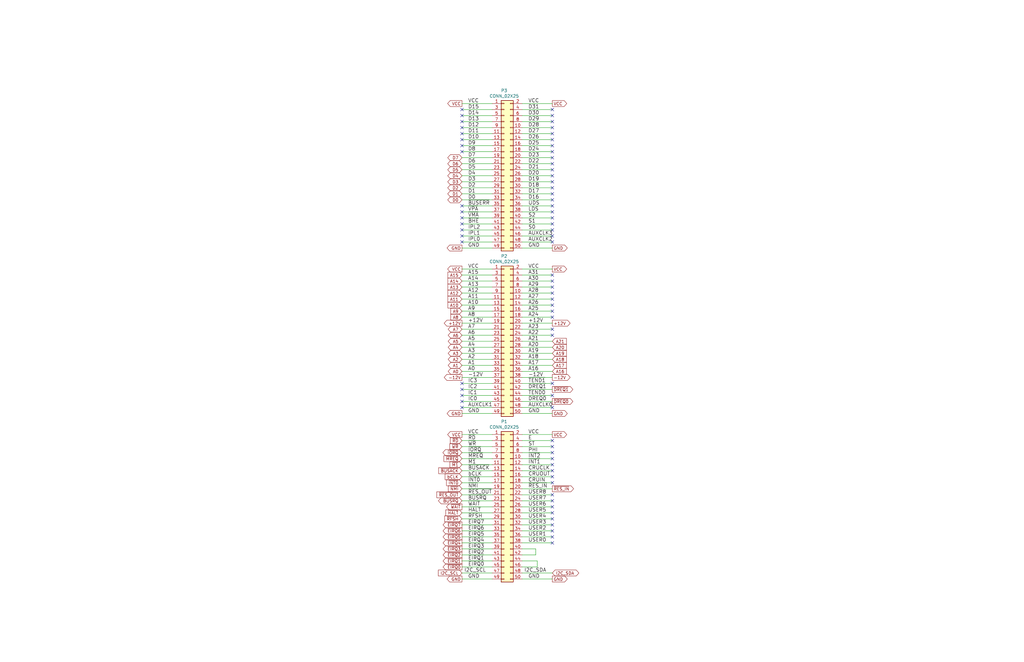
<source format=kicad_sch>
(kicad_sch (version 20211123) (generator eeschema)

  (uuid 4ad18172-4a6b-4b2c-b4ba-cae1aefed81c)

  (paper "B")

  (title_block
    (title "Duodyne 80C188 CPU board")
    (date "2024-10-20")
    (rev "V0.8")
    (comment 1 "Based on a design by John R Coffman. ")
    (comment 2 " RetroBrew Computer Group")
  )

  (lib_symbols
    (symbol "Connector_Generic:Conn_02x25_Odd_Even" (pin_names (offset 1.016) hide) (in_bom yes) (on_board yes)
      (property "Reference" "J" (id 0) (at 1.27 33.02 0)
        (effects (font (size 1.27 1.27)))
      )
      (property "Value" "Conn_02x25_Odd_Even" (id 1) (at 1.27 -33.02 0)
        (effects (font (size 1.27 1.27)))
      )
      (property "Footprint" "" (id 2) (at 0 0 0)
        (effects (font (size 1.27 1.27)) hide)
      )
      (property "Datasheet" "~" (id 3) (at 0 0 0)
        (effects (font (size 1.27 1.27)) hide)
      )
      (property "ki_keywords" "connector" (id 4) (at 0 0 0)
        (effects (font (size 1.27 1.27)) hide)
      )
      (property "ki_description" "Generic connector, double row, 02x25, odd/even pin numbering scheme (row 1 odd numbers, row 2 even numbers), script generated (kicad-library-utils/schlib/autogen/connector/)" (id 5) (at 0 0 0)
        (effects (font (size 1.27 1.27)) hide)
      )
      (property "ki_fp_filters" "Connector*:*_2x??_*" (id 6) (at 0 0 0)
        (effects (font (size 1.27 1.27)) hide)
      )
      (symbol "Conn_02x25_Odd_Even_1_1"
        (rectangle (start -1.27 -30.353) (end 0 -30.607)
          (stroke (width 0.1524) (type default) (color 0 0 0 0))
          (fill (type none))
        )
        (rectangle (start -1.27 -27.813) (end 0 -28.067)
          (stroke (width 0.1524) (type default) (color 0 0 0 0))
          (fill (type none))
        )
        (rectangle (start -1.27 -25.273) (end 0 -25.527)
          (stroke (width 0.1524) (type default) (color 0 0 0 0))
          (fill (type none))
        )
        (rectangle (start -1.27 -22.733) (end 0 -22.987)
          (stroke (width 0.1524) (type default) (color 0 0 0 0))
          (fill (type none))
        )
        (rectangle (start -1.27 -20.193) (end 0 -20.447)
          (stroke (width 0.1524) (type default) (color 0 0 0 0))
          (fill (type none))
        )
        (rectangle (start -1.27 -17.653) (end 0 -17.907)
          (stroke (width 0.1524) (type default) (color 0 0 0 0))
          (fill (type none))
        )
        (rectangle (start -1.27 -15.113) (end 0 -15.367)
          (stroke (width 0.1524) (type default) (color 0 0 0 0))
          (fill (type none))
        )
        (rectangle (start -1.27 -12.573) (end 0 -12.827)
          (stroke (width 0.1524) (type default) (color 0 0 0 0))
          (fill (type none))
        )
        (rectangle (start -1.27 -10.033) (end 0 -10.287)
          (stroke (width 0.1524) (type default) (color 0 0 0 0))
          (fill (type none))
        )
        (rectangle (start -1.27 -7.493) (end 0 -7.747)
          (stroke (width 0.1524) (type default) (color 0 0 0 0))
          (fill (type none))
        )
        (rectangle (start -1.27 -4.953) (end 0 -5.207)
          (stroke (width 0.1524) (type default) (color 0 0 0 0))
          (fill (type none))
        )
        (rectangle (start -1.27 -2.413) (end 0 -2.667)
          (stroke (width 0.1524) (type default) (color 0 0 0 0))
          (fill (type none))
        )
        (rectangle (start -1.27 0.127) (end 0 -0.127)
          (stroke (width 0.1524) (type default) (color 0 0 0 0))
          (fill (type none))
        )
        (rectangle (start -1.27 2.667) (end 0 2.413)
          (stroke (width 0.1524) (type default) (color 0 0 0 0))
          (fill (type none))
        )
        (rectangle (start -1.27 5.207) (end 0 4.953)
          (stroke (width 0.1524) (type default) (color 0 0 0 0))
          (fill (type none))
        )
        (rectangle (start -1.27 7.747) (end 0 7.493)
          (stroke (width 0.1524) (type default) (color 0 0 0 0))
          (fill (type none))
        )
        (rectangle (start -1.27 10.287) (end 0 10.033)
          (stroke (width 0.1524) (type default) (color 0 0 0 0))
          (fill (type none))
        )
        (rectangle (start -1.27 12.827) (end 0 12.573)
          (stroke (width 0.1524) (type default) (color 0 0 0 0))
          (fill (type none))
        )
        (rectangle (start -1.27 15.367) (end 0 15.113)
          (stroke (width 0.1524) (type default) (color 0 0 0 0))
          (fill (type none))
        )
        (rectangle (start -1.27 17.907) (end 0 17.653)
          (stroke (width 0.1524) (type default) (color 0 0 0 0))
          (fill (type none))
        )
        (rectangle (start -1.27 20.447) (end 0 20.193)
          (stroke (width 0.1524) (type default) (color 0 0 0 0))
          (fill (type none))
        )
        (rectangle (start -1.27 22.987) (end 0 22.733)
          (stroke (width 0.1524) (type default) (color 0 0 0 0))
          (fill (type none))
        )
        (rectangle (start -1.27 25.527) (end 0 25.273)
          (stroke (width 0.1524) (type default) (color 0 0 0 0))
          (fill (type none))
        )
        (rectangle (start -1.27 28.067) (end 0 27.813)
          (stroke (width 0.1524) (type default) (color 0 0 0 0))
          (fill (type none))
        )
        (rectangle (start -1.27 30.607) (end 0 30.353)
          (stroke (width 0.1524) (type default) (color 0 0 0 0))
          (fill (type none))
        )
        (rectangle (start -1.27 31.75) (end 3.81 -31.75)
          (stroke (width 0.254) (type default) (color 0 0 0 0))
          (fill (type background))
        )
        (rectangle (start 3.81 -30.353) (end 2.54 -30.607)
          (stroke (width 0.1524) (type default) (color 0 0 0 0))
          (fill (type none))
        )
        (rectangle (start 3.81 -27.813) (end 2.54 -28.067)
          (stroke (width 0.1524) (type default) (color 0 0 0 0))
          (fill (type none))
        )
        (rectangle (start 3.81 -25.273) (end 2.54 -25.527)
          (stroke (width 0.1524) (type default) (color 0 0 0 0))
          (fill (type none))
        )
        (rectangle (start 3.81 -22.733) (end 2.54 -22.987)
          (stroke (width 0.1524) (type default) (color 0 0 0 0))
          (fill (type none))
        )
        (rectangle (start 3.81 -20.193) (end 2.54 -20.447)
          (stroke (width 0.1524) (type default) (color 0 0 0 0))
          (fill (type none))
        )
        (rectangle (start 3.81 -17.653) (end 2.54 -17.907)
          (stroke (width 0.1524) (type default) (color 0 0 0 0))
          (fill (type none))
        )
        (rectangle (start 3.81 -15.113) (end 2.54 -15.367)
          (stroke (width 0.1524) (type default) (color 0 0 0 0))
          (fill (type none))
        )
        (rectangle (start 3.81 -12.573) (end 2.54 -12.827)
          (stroke (width 0.1524) (type default) (color 0 0 0 0))
          (fill (type none))
        )
        (rectangle (start 3.81 -10.033) (end 2.54 -10.287)
          (stroke (width 0.1524) (type default) (color 0 0 0 0))
          (fill (type none))
        )
        (rectangle (start 3.81 -7.493) (end 2.54 -7.747)
          (stroke (width 0.1524) (type default) (color 0 0 0 0))
          (fill (type none))
        )
        (rectangle (start 3.81 -4.953) (end 2.54 -5.207)
          (stroke (width 0.1524) (type default) (color 0 0 0 0))
          (fill (type none))
        )
        (rectangle (start 3.81 -2.413) (end 2.54 -2.667)
          (stroke (width 0.1524) (type default) (color 0 0 0 0))
          (fill (type none))
        )
        (rectangle (start 3.81 0.127) (end 2.54 -0.127)
          (stroke (width 0.1524) (type default) (color 0 0 0 0))
          (fill (type none))
        )
        (rectangle (start 3.81 2.667) (end 2.54 2.413)
          (stroke (width 0.1524) (type default) (color 0 0 0 0))
          (fill (type none))
        )
        (rectangle (start 3.81 5.207) (end 2.54 4.953)
          (stroke (width 0.1524) (type default) (color 0 0 0 0))
          (fill (type none))
        )
        (rectangle (start 3.81 7.747) (end 2.54 7.493)
          (stroke (width 0.1524) (type default) (color 0 0 0 0))
          (fill (type none))
        )
        (rectangle (start 3.81 10.287) (end 2.54 10.033)
          (stroke (width 0.1524) (type default) (color 0 0 0 0))
          (fill (type none))
        )
        (rectangle (start 3.81 12.827) (end 2.54 12.573)
          (stroke (width 0.1524) (type default) (color 0 0 0 0))
          (fill (type none))
        )
        (rectangle (start 3.81 15.367) (end 2.54 15.113)
          (stroke (width 0.1524) (type default) (color 0 0 0 0))
          (fill (type none))
        )
        (rectangle (start 3.81 17.907) (end 2.54 17.653)
          (stroke (width 0.1524) (type default) (color 0 0 0 0))
          (fill (type none))
        )
        (rectangle (start 3.81 20.447) (end 2.54 20.193)
          (stroke (width 0.1524) (type default) (color 0 0 0 0))
          (fill (type none))
        )
        (rectangle (start 3.81 22.987) (end 2.54 22.733)
          (stroke (width 0.1524) (type default) (color 0 0 0 0))
          (fill (type none))
        )
        (rectangle (start 3.81 25.527) (end 2.54 25.273)
          (stroke (width 0.1524) (type default) (color 0 0 0 0))
          (fill (type none))
        )
        (rectangle (start 3.81 28.067) (end 2.54 27.813)
          (stroke (width 0.1524) (type default) (color 0 0 0 0))
          (fill (type none))
        )
        (rectangle (start 3.81 30.607) (end 2.54 30.353)
          (stroke (width 0.1524) (type default) (color 0 0 0 0))
          (fill (type none))
        )
        (pin passive line (at -5.08 30.48 0) (length 3.81)
          (name "Pin_1" (effects (font (size 1.27 1.27))))
          (number "1" (effects (font (size 1.27 1.27))))
        )
        (pin passive line (at 7.62 20.32 180) (length 3.81)
          (name "Pin_10" (effects (font (size 1.27 1.27))))
          (number "10" (effects (font (size 1.27 1.27))))
        )
        (pin passive line (at -5.08 17.78 0) (length 3.81)
          (name "Pin_11" (effects (font (size 1.27 1.27))))
          (number "11" (effects (font (size 1.27 1.27))))
        )
        (pin passive line (at 7.62 17.78 180) (length 3.81)
          (name "Pin_12" (effects (font (size 1.27 1.27))))
          (number "12" (effects (font (size 1.27 1.27))))
        )
        (pin passive line (at -5.08 15.24 0) (length 3.81)
          (name "Pin_13" (effects (font (size 1.27 1.27))))
          (number "13" (effects (font (size 1.27 1.27))))
        )
        (pin passive line (at 7.62 15.24 180) (length 3.81)
          (name "Pin_14" (effects (font (size 1.27 1.27))))
          (number "14" (effects (font (size 1.27 1.27))))
        )
        (pin passive line (at -5.08 12.7 0) (length 3.81)
          (name "Pin_15" (effects (font (size 1.27 1.27))))
          (number "15" (effects (font (size 1.27 1.27))))
        )
        (pin passive line (at 7.62 12.7 180) (length 3.81)
          (name "Pin_16" (effects (font (size 1.27 1.27))))
          (number "16" (effects (font (size 1.27 1.27))))
        )
        (pin passive line (at -5.08 10.16 0) (length 3.81)
          (name "Pin_17" (effects (font (size 1.27 1.27))))
          (number "17" (effects (font (size 1.27 1.27))))
        )
        (pin passive line (at 7.62 10.16 180) (length 3.81)
          (name "Pin_18" (effects (font (size 1.27 1.27))))
          (number "18" (effects (font (size 1.27 1.27))))
        )
        (pin passive line (at -5.08 7.62 0) (length 3.81)
          (name "Pin_19" (effects (font (size 1.27 1.27))))
          (number "19" (effects (font (size 1.27 1.27))))
        )
        (pin passive line (at 7.62 30.48 180) (length 3.81)
          (name "Pin_2" (effects (font (size 1.27 1.27))))
          (number "2" (effects (font (size 1.27 1.27))))
        )
        (pin passive line (at 7.62 7.62 180) (length 3.81)
          (name "Pin_20" (effects (font (size 1.27 1.27))))
          (number "20" (effects (font (size 1.27 1.27))))
        )
        (pin passive line (at -5.08 5.08 0) (length 3.81)
          (name "Pin_21" (effects (font (size 1.27 1.27))))
          (number "21" (effects (font (size 1.27 1.27))))
        )
        (pin passive line (at 7.62 5.08 180) (length 3.81)
          (name "Pin_22" (effects (font (size 1.27 1.27))))
          (number "22" (effects (font (size 1.27 1.27))))
        )
        (pin passive line (at -5.08 2.54 0) (length 3.81)
          (name "Pin_23" (effects (font (size 1.27 1.27))))
          (number "23" (effects (font (size 1.27 1.27))))
        )
        (pin passive line (at 7.62 2.54 180) (length 3.81)
          (name "Pin_24" (effects (font (size 1.27 1.27))))
          (number "24" (effects (font (size 1.27 1.27))))
        )
        (pin passive line (at -5.08 0 0) (length 3.81)
          (name "Pin_25" (effects (font (size 1.27 1.27))))
          (number "25" (effects (font (size 1.27 1.27))))
        )
        (pin passive line (at 7.62 0 180) (length 3.81)
          (name "Pin_26" (effects (font (size 1.27 1.27))))
          (number "26" (effects (font (size 1.27 1.27))))
        )
        (pin passive line (at -5.08 -2.54 0) (length 3.81)
          (name "Pin_27" (effects (font (size 1.27 1.27))))
          (number "27" (effects (font (size 1.27 1.27))))
        )
        (pin passive line (at 7.62 -2.54 180) (length 3.81)
          (name "Pin_28" (effects (font (size 1.27 1.27))))
          (number "28" (effects (font (size 1.27 1.27))))
        )
        (pin passive line (at -5.08 -5.08 0) (length 3.81)
          (name "Pin_29" (effects (font (size 1.27 1.27))))
          (number "29" (effects (font (size 1.27 1.27))))
        )
        (pin passive line (at -5.08 27.94 0) (length 3.81)
          (name "Pin_3" (effects (font (size 1.27 1.27))))
          (number "3" (effects (font (size 1.27 1.27))))
        )
        (pin passive line (at 7.62 -5.08 180) (length 3.81)
          (name "Pin_30" (effects (font (size 1.27 1.27))))
          (number "30" (effects (font (size 1.27 1.27))))
        )
        (pin passive line (at -5.08 -7.62 0) (length 3.81)
          (name "Pin_31" (effects (font (size 1.27 1.27))))
          (number "31" (effects (font (size 1.27 1.27))))
        )
        (pin passive line (at 7.62 -7.62 180) (length 3.81)
          (name "Pin_32" (effects (font (size 1.27 1.27))))
          (number "32" (effects (font (size 1.27 1.27))))
        )
        (pin passive line (at -5.08 -10.16 0) (length 3.81)
          (name "Pin_33" (effects (font (size 1.27 1.27))))
          (number "33" (effects (font (size 1.27 1.27))))
        )
        (pin passive line (at 7.62 -10.16 180) (length 3.81)
          (name "Pin_34" (effects (font (size 1.27 1.27))))
          (number "34" (effects (font (size 1.27 1.27))))
        )
        (pin passive line (at -5.08 -12.7 0) (length 3.81)
          (name "Pin_35" (effects (font (size 1.27 1.27))))
          (number "35" (effects (font (size 1.27 1.27))))
        )
        (pin passive line (at 7.62 -12.7 180) (length 3.81)
          (name "Pin_36" (effects (font (size 1.27 1.27))))
          (number "36" (effects (font (size 1.27 1.27))))
        )
        (pin passive line (at -5.08 -15.24 0) (length 3.81)
          (name "Pin_37" (effects (font (size 1.27 1.27))))
          (number "37" (effects (font (size 1.27 1.27))))
        )
        (pin passive line (at 7.62 -15.24 180) (length 3.81)
          (name "Pin_38" (effects (font (size 1.27 1.27))))
          (number "38" (effects (font (size 1.27 1.27))))
        )
        (pin passive line (at -5.08 -17.78 0) (length 3.81)
          (name "Pin_39" (effects (font (size 1.27 1.27))))
          (number "39" (effects (font (size 1.27 1.27))))
        )
        (pin passive line (at 7.62 27.94 180) (length 3.81)
          (name "Pin_4" (effects (font (size 1.27 1.27))))
          (number "4" (effects (font (size 1.27 1.27))))
        )
        (pin passive line (at 7.62 -17.78 180) (length 3.81)
          (name "Pin_40" (effects (font (size 1.27 1.27))))
          (number "40" (effects (font (size 1.27 1.27))))
        )
        (pin passive line (at -5.08 -20.32 0) (length 3.81)
          (name "Pin_41" (effects (font (size 1.27 1.27))))
          (number "41" (effects (font (size 1.27 1.27))))
        )
        (pin passive line (at 7.62 -20.32 180) (length 3.81)
          (name "Pin_42" (effects (font (size 1.27 1.27))))
          (number "42" (effects (font (size 1.27 1.27))))
        )
        (pin passive line (at -5.08 -22.86 0) (length 3.81)
          (name "Pin_43" (effects (font (size 1.27 1.27))))
          (number "43" (effects (font (size 1.27 1.27))))
        )
        (pin passive line (at 7.62 -22.86 180) (length 3.81)
          (name "Pin_44" (effects (font (size 1.27 1.27))))
          (number "44" (effects (font (size 1.27 1.27))))
        )
        (pin passive line (at -5.08 -25.4 0) (length 3.81)
          (name "Pin_45" (effects (font (size 1.27 1.27))))
          (number "45" (effects (font (size 1.27 1.27))))
        )
        (pin passive line (at 7.62 -25.4 180) (length 3.81)
          (name "Pin_46" (effects (font (size 1.27 1.27))))
          (number "46" (effects (font (size 1.27 1.27))))
        )
        (pin passive line (at -5.08 -27.94 0) (length 3.81)
          (name "Pin_47" (effects (font (size 1.27 1.27))))
          (number "47" (effects (font (size 1.27 1.27))))
        )
        (pin passive line (at 7.62 -27.94 180) (length 3.81)
          (name "Pin_48" (effects (font (size 1.27 1.27))))
          (number "48" (effects (font (size 1.27 1.27))))
        )
        (pin passive line (at -5.08 -30.48 0) (length 3.81)
          (name "Pin_49" (effects (font (size 1.27 1.27))))
          (number "49" (effects (font (size 1.27 1.27))))
        )
        (pin passive line (at -5.08 25.4 0) (length 3.81)
          (name "Pin_5" (effects (font (size 1.27 1.27))))
          (number "5" (effects (font (size 1.27 1.27))))
        )
        (pin passive line (at 7.62 -30.48 180) (length 3.81)
          (name "Pin_50" (effects (font (size 1.27 1.27))))
          (number "50" (effects (font (size 1.27 1.27))))
        )
        (pin passive line (at 7.62 25.4 180) (length 3.81)
          (name "Pin_6" (effects (font (size 1.27 1.27))))
          (number "6" (effects (font (size 1.27 1.27))))
        )
        (pin passive line (at -5.08 22.86 0) (length 3.81)
          (name "Pin_7" (effects (font (size 1.27 1.27))))
          (number "7" (effects (font (size 1.27 1.27))))
        )
        (pin passive line (at 7.62 22.86 180) (length 3.81)
          (name "Pin_8" (effects (font (size 1.27 1.27))))
          (number "8" (effects (font (size 1.27 1.27))))
        )
        (pin passive line (at -5.08 20.32 0) (length 3.81)
          (name "Pin_9" (effects (font (size 1.27 1.27))))
          (number "9" (effects (font (size 1.27 1.27))))
        )
      )
    )
  )


  (no_connect (at 232.918 46.228) (uuid 058969fd-78a3-4233-b47b-1da5d6f2d070))
  (no_connect (at 194.818 169.418) (uuid 07c2a645-a798-41db-8926-3f3444f14e05))
  (no_connect (at 232.918 229.108) (uuid 0c3a598a-2ffd-4c4e-85fe-0138cc30c094))
  (no_connect (at 232.918 224.028) (uuid 10992f37-698d-41fc-8830-e768e44e43b9))
  (no_connect (at 232.918 128.778) (uuid 1197d0c6-071c-4c52-9753-fe6c00e01cf2))
  (no_connect (at 194.818 53.848) (uuid 154e3dd9-a480-438a-8fc1-2f9876e7351d))
  (no_connect (at 194.818 97.028) (uuid 1b05d6ce-8d6b-463a-ae45-0b2ef9c5353b))
  (no_connect (at 232.918 211.328) (uuid 1c2e7d16-6239-403f-9001-7d481254ecbf))
  (no_connect (at 232.918 196.088) (uuid 1e5eb35c-6dac-4b5e-8aa4-ea50aa7c9e87))
  (no_connect (at 232.918 53.848) (uuid 20151a36-6bbb-4769-9ffd-b60cfed7489f))
  (no_connect (at 194.818 161.798) (uuid 241875f9-6e2d-4b32-a6ab-840c71c6472a))
  (no_connect (at 232.918 102.108) (uuid 251bfc8e-ebea-4e00-945d-723f85811d85))
  (no_connect (at 232.918 76.708) (uuid 261b3621-8dab-46b1-b290-04ac3ace5f22))
  (no_connect (at 232.918 97.028) (uuid 28cbdf6f-67a6-4e61-940e-0a5eb0664898))
  (no_connect (at 232.918 161.798) (uuid 2bd1788a-cfe2-4d17-b6df-a56d93d3745e))
  (no_connect (at 194.818 48.768) (uuid 2ce7c871-a025-42f0-a9c0-3f3f12d6ea84))
  (no_connect (at 232.918 48.768) (uuid 3357bf0a-7d12-48d3-8c96-ffdd80b3afe4))
  (no_connect (at 194.818 64.008) (uuid 34265a5e-a160-4caa-a5ac-c69b264deb14))
  (no_connect (at 232.918 81.788) (uuid 350c3d8f-3ef3-4021-953f-707f329af542))
  (no_connect (at 232.918 166.878) (uuid 370d0917-07b1-4a99-af27-de3b1cada011))
  (no_connect (at 232.918 89.408) (uuid 3a89ae60-3f34-42e6-82e6-87eed8445bfb))
  (no_connect (at 232.918 208.788) (uuid 3ba7135b-42a8-4cc3-afb5-1457aeb7447e))
  (no_connect (at 194.818 164.338) (uuid 3ef909ec-10d8-4f2e-b814-39c24c77d748))
  (no_connect (at 232.918 193.548) (uuid 41f2aade-923d-445a-b0a9-aeeb2e8d4b20))
  (no_connect (at 232.918 51.308) (uuid 4af16dab-a20d-492f-b984-d0ef7db2111f))
  (no_connect (at 232.918 216.408) (uuid 4b5dc6b0-421f-4993-a031-a2c8f979b013))
  (no_connect (at 232.918 226.568) (uuid 4c3b8d3d-851e-4f04-a10f-f8c7726ed25f))
  (no_connect (at 232.918 118.618) (uuid 4f07c253-ac36-4cc8-82ff-a81aec64d778))
  (no_connect (at 232.918 198.628) (uuid 4fea853b-162a-4ed3-a356-6b8d54307e59))
  (no_connect (at 194.818 46.228) (uuid 5937d7f0-0c47-4ed0-9064-434974a9947c))
  (no_connect (at 194.818 61.468) (uuid 5989a81b-9f7c-4c55-9b2d-cbb07b9388ce))
  (no_connect (at 232.918 213.868) (uuid 5db7ef13-d513-4f02-aae8-1626ba59097b))
  (no_connect (at 232.918 116.078) (uuid 60cf3256-2b4b-48fe-bb00-613ace6bcd2d))
  (no_connect (at 232.918 185.928) (uuid 6433fa88-f4a4-46c0-bcbc-f7b34b99fb01))
  (no_connect (at 232.918 203.708) (uuid 66df14de-ae8d-42b0-a56b-fd9679e82fc7))
  (no_connect (at 232.918 201.168) (uuid 67ce1656-bca6-401b-9c77-6c2bb5fd5275))
  (no_connect (at 232.918 71.628) (uuid 690e20ab-edd9-4ba0-a4bf-b38be5d67b42))
  (no_connect (at 232.918 91.948) (uuid 70ffb159-47bf-4901-a685-63b72c6889cc))
  (no_connect (at 232.918 86.868) (uuid 71b52b14-a770-4a34-a614-cb576077a499))
  (no_connect (at 232.918 138.938) (uuid 76fc6c52-2268-447c-8905-3cab0d394378))
  (no_connect (at 232.918 221.488) (uuid 79d8dc3c-ce4d-4c3f-805e-16965709a2c0))
  (no_connect (at 232.918 64.008) (uuid 8357590e-19d8-4254-860f-578f2cb3fd24))
  (no_connect (at 194.818 89.408) (uuid 8d03f8b4-3ec1-4e76-8572-a73deea13ba1))
  (no_connect (at 232.918 74.168) (uuid 90f67c2f-74cb-44d4-b959-4845d22d8b0a))
  (no_connect (at 194.818 94.488) (uuid 916fb3b8-25d5-4098-a3fc-27f3a0c7e92b))
  (no_connect (at 232.918 121.158) (uuid 91fbca0a-9856-46b2-85e3-537f00eae2d2))
  (no_connect (at 232.918 133.858) (uuid 93975b8f-b648-4f27-a3df-e5db856c71f6))
  (no_connect (at 194.818 102.108) (uuid 958b95b7-587b-4764-9b99-e4e95d1c7a3f))
  (no_connect (at 232.918 56.388) (uuid 98f83a09-56ac-4616-a95c-45d8568e571c))
  (no_connect (at 232.918 123.698) (uuid 9d32d798-e23f-44f1-b6bc-5ccf9fe58bdf))
  (no_connect (at 232.918 66.548) (uuid a6d76eab-6acb-41fd-8a5d-6de771d5c836))
  (no_connect (at 232.918 58.928) (uuid a84b8a97-96ce-4aa8-91fa-1a863c9a998a))
  (no_connect (at 232.918 61.468) (uuid aabb4104-d0bb-43ec-9663-1fb94effb5e5))
  (no_connect (at 232.918 84.328) (uuid b96ebb72-05f8-4377-b3df-eeb929275e18))
  (no_connect (at 232.918 218.948) (uuid ba9dfc33-d48e-4145-ac98-0fea8f5ce5ad))
  (no_connect (at 232.918 188.468) (uuid bc71f537-36fe-46b3-a522-05537469122c))
  (no_connect (at 194.818 166.878) (uuid c08bf363-fbf8-4063-bb40-ce04445d4f50))
  (no_connect (at 232.918 99.568) (uuid c568bf00-8f85-491f-827e-a71e4fb959d9))
  (no_connect (at 194.818 86.868) (uuid ccb2409b-d3da-43f8-9ffd-8146aff08b32))
  (no_connect (at 232.918 191.008) (uuid ceeb9d4a-886a-4c02-a10c-cdd5db7f9b44))
  (no_connect (at 232.918 131.318) (uuid d05fe3d2-b45c-4ddd-bbd1-b1f0ddfb7bbb))
  (no_connect (at 232.918 79.248) (uuid d477e638-5afa-431d-bf34-6143ba5e9a5c))
  (no_connect (at 232.918 126.238) (uuid d8fa4bb0-2841-40f6-a67b-0f52c428713c))
  (no_connect (at 194.818 99.568) (uuid df5ac77e-0bd9-4565-beed-6e479f696b1a))
  (no_connect (at 194.818 58.928) (uuid e4349b70-e785-41db-af53-59f85d867458))
  (no_connect (at 232.918 94.488) (uuid e65b6351-ae9c-4c58-b2a3-fdf5d714e311))
  (no_connect (at 194.818 51.308) (uuid eb9605b0-eb70-49f3-9a60-c04fbb8eceb5))
  (no_connect (at 232.918 141.478) (uuid f074fa15-c91f-409e-baa9-94abe16406ab))
  (no_connect (at 194.818 171.958) (uuid f57f0f49-80e7-4c86-9d78-b72c3cb2c743))
  (no_connect (at 232.918 69.088) (uuid f5dceb0f-9a5f-40e9-8751-469f0d245c06))
  (no_connect (at 194.818 91.948) (uuid f6377170-bd04-4c37-977a-0dfd483d5c45))
  (no_connect (at 232.918 171.958) (uuid fa379a91-66ab-4178-8113-c4b1366e39ea))
  (no_connect (at 194.818 56.388) (uuid ff412e31-7f63-42a9-971f-95670b7ac9a0))

  (wire (pts (xy 220.218 46.228) (xy 232.918 46.228))
    (stroke (width 0) (type default) (color 0 0 0 0))
    (uuid 015e6ae4-4a85-4f7d-a356-781cb7e06b02)
  )
  (wire (pts (xy 220.218 144.018) (xy 232.918 144.018))
    (stroke (width 0) (type default) (color 0 0 0 0))
    (uuid 01ae987f-e09d-4a13-bd92-8c99fe419fb5)
  )
  (wire (pts (xy 220.218 164.338) (xy 232.918 164.338))
    (stroke (width 0) (type default) (color 0 0 0 0))
    (uuid 03d9460c-2e49-41da-b998-0b86f92e053c)
  )
  (wire (pts (xy 194.818 226.568) (xy 207.518 226.568))
    (stroke (width 0) (type default) (color 0 0 0 0))
    (uuid 06087901-0561-4676-bb45-506736d9d2c2)
  )
  (wire (pts (xy 194.818 159.258) (xy 207.518 159.258))
    (stroke (width 0) (type default) (color 0 0 0 0))
    (uuid 062a3b59-80ee-4466-8c5e-ce05fe893949)
  )
  (wire (pts (xy 194.818 51.308) (xy 207.518 51.308))
    (stroke (width 0) (type default) (color 0 0 0 0))
    (uuid 088b26c8-e001-406f-956d-7bdd1e2b39e6)
  )
  (wire (pts (xy 194.818 126.238) (xy 207.518 126.238))
    (stroke (width 0) (type default) (color 0 0 0 0))
    (uuid 095ce988-0631-4eaf-be3e-181bd8c3ab70)
  )
  (wire (pts (xy 232.918 188.468) (xy 220.218 188.468))
    (stroke (width 0) (type default) (color 0 0 0 0))
    (uuid 0acf9111-3b4c-4670-9640-b7ff6f56dc63)
  )
  (wire (pts (xy 194.818 121.158) (xy 207.518 121.158))
    (stroke (width 0) (type default) (color 0 0 0 0))
    (uuid 0afc2acf-9823-4606-8473-ff6a4369ddb2)
  )
  (wire (pts (xy 220.218 56.388) (xy 232.918 56.388))
    (stroke (width 0) (type default) (color 0 0 0 0))
    (uuid 0c884251-b2f0-4206-922d-23e60890c8ff)
  )
  (wire (pts (xy 194.818 116.078) (xy 207.518 116.078))
    (stroke (width 0) (type default) (color 0 0 0 0))
    (uuid 1143724f-5f79-47ef-bced-ea946d3c82b4)
  )
  (wire (pts (xy 194.818 198.628) (xy 207.518 198.628))
    (stroke (width 0) (type default) (color 0 0 0 0))
    (uuid 149d89b9-4b6e-41a2-bbd2-4b901c2826c5)
  )
  (wire (pts (xy 220.218 113.538) (xy 232.918 113.538))
    (stroke (width 0) (type default) (color 0 0 0 0))
    (uuid 14a9207a-796f-47bb-94da-844edd1f8060)
  )
  (wire (pts (xy 194.818 76.708) (xy 207.518 76.708))
    (stroke (width 0) (type default) (color 0 0 0 0))
    (uuid 16ea66ad-6046-40c9-be55-432575d106c7)
  )
  (wire (pts (xy 194.818 236.728) (xy 207.518 236.728))
    (stroke (width 0) (type default) (color 0 0 0 0))
    (uuid 19a1879f-a7fe-4352-9558-c748cdcdc0a0)
  )
  (wire (pts (xy 220.218 224.028) (xy 232.918 224.028))
    (stroke (width 0) (type default) (color 0 0 0 0))
    (uuid 1d6ff72b-20ab-411c-9a9d-27595f841582)
  )
  (wire (pts (xy 220.218 84.328) (xy 232.918 84.328))
    (stroke (width 0) (type default) (color 0 0 0 0))
    (uuid 1da900cf-a19d-417c-9beb-de0733080b97)
  )
  (wire (pts (xy 194.818 133.858) (xy 207.518 133.858))
    (stroke (width 0) (type default) (color 0 0 0 0))
    (uuid 1ee85c3e-3b42-4263-8b10-7c569710b88d)
  )
  (wire (pts (xy 220.218 154.178) (xy 232.918 154.178))
    (stroke (width 0) (type default) (color 0 0 0 0))
    (uuid 1f6496ce-7bec-41f8-b88c-34c9025d9923)
  )
  (wire (pts (xy 220.218 43.688) (xy 232.918 43.688))
    (stroke (width 0) (type default) (color 0 0 0 0))
    (uuid 20d3ef78-257a-4906-99dd-d3a46b3343cf)
  )
  (wire (pts (xy 194.818 203.708) (xy 207.518 203.708))
    (stroke (width 0) (type default) (color 0 0 0 0))
    (uuid 216013b2-5c8b-4ed8-874c-e701f4dc69d6)
  )
  (wire (pts (xy 220.218 218.948) (xy 232.918 218.948))
    (stroke (width 0) (type default) (color 0 0 0 0))
    (uuid 2275ab55-2a17-493a-9e5c-658740db9b0f)
  )
  (wire (pts (xy 207.518 89.408) (xy 194.818 89.408))
    (stroke (width 0) (type default) (color 0 0 0 0))
    (uuid 2288caf2-a19b-491f-9eca-8df574b40125)
  )
  (wire (pts (xy 225.933 231.648) (xy 225.933 234.188))
    (stroke (width 0) (type default) (color 0 0 0 0))
    (uuid 22de3164-d9b5-4ea3-b9b8-3eff806bbb65)
  )
  (wire (pts (xy 220.218 51.308) (xy 232.918 51.308))
    (stroke (width 0) (type default) (color 0 0 0 0))
    (uuid 22de71a6-e918-4c27-b682-605ae6544548)
  )
  (wire (pts (xy 220.218 94.488) (xy 232.918 94.488))
    (stroke (width 0) (type default) (color 0 0 0 0))
    (uuid 257c6f54-7219-4234-94b8-f8bde1fae0f3)
  )
  (wire (pts (xy 220.218 159.258) (xy 232.918 159.258))
    (stroke (width 0) (type default) (color 0 0 0 0))
    (uuid 25f256c4-fc1f-4270-b8af-3f681820d4fe)
  )
  (wire (pts (xy 194.818 196.088) (xy 207.518 196.088))
    (stroke (width 0) (type default) (color 0 0 0 0))
    (uuid 2983c20e-2b6a-4507-9526-e0c2e1dc7a94)
  )
  (wire (pts (xy 194.818 146.558) (xy 207.518 146.558))
    (stroke (width 0) (type default) (color 0 0 0 0))
    (uuid 2ffd5d9f-bf92-4a99-93c4-124518a390f9)
  )
  (wire (pts (xy 194.818 151.638) (xy 207.518 151.638))
    (stroke (width 0) (type default) (color 0 0 0 0))
    (uuid 3025a445-7845-4c92-9ef2-775e14680b3c)
  )
  (wire (pts (xy 220.218 229.108) (xy 232.918 229.108))
    (stroke (width 0) (type default) (color 0 0 0 0))
    (uuid 30a1f3c3-8ffb-4174-8db2-f4494ebfba65)
  )
  (wire (pts (xy 194.818 69.088) (xy 207.518 69.088))
    (stroke (width 0) (type default) (color 0 0 0 0))
    (uuid 30aad04f-91ab-4729-aa19-eecac49f2ca3)
  )
  (wire (pts (xy 220.218 206.248) (xy 232.918 206.248))
    (stroke (width 0) (type default) (color 0 0 0 0))
    (uuid 30fe5710-fc44-448e-8901-4238bca5b0bf)
  )
  (wire (pts (xy 220.218 149.098) (xy 232.918 149.098))
    (stroke (width 0) (type default) (color 0 0 0 0))
    (uuid 356fdd1f-b5ed-443c-bc82-b2c9dc898812)
  )
  (wire (pts (xy 226.568 239.268) (xy 220.218 239.268))
    (stroke (width 0) (type default) (color 0 0 0 0))
    (uuid 37b9fe31-b746-402b-af1b-ea3b9c96db3a)
  )
  (wire (pts (xy 194.818 188.468) (xy 207.518 188.468))
    (stroke (width 0) (type default) (color 0 0 0 0))
    (uuid 3a3a0215-65e9-4d9b-895a-10d3a874ff5b)
  )
  (wire (pts (xy 194.818 79.248) (xy 207.518 79.248))
    (stroke (width 0) (type default) (color 0 0 0 0))
    (uuid 3a63b37f-a0e2-4ba3-9e29-b598b43aa08c)
  )
  (wire (pts (xy 220.218 48.768) (xy 232.918 48.768))
    (stroke (width 0) (type default) (color 0 0 0 0))
    (uuid 3b074c40-757b-4617-8f9d-f2141c679c70)
  )
  (wire (pts (xy 194.818 48.768) (xy 207.518 48.768))
    (stroke (width 0) (type default) (color 0 0 0 0))
    (uuid 3c6ee23d-51a3-4685-95dc-15fe747c6176)
  )
  (wire (pts (xy 220.218 64.008) (xy 232.918 64.008))
    (stroke (width 0) (type default) (color 0 0 0 0))
    (uuid 3d506672-72d5-42bc-aa01-4cd308f794d2)
  )
  (wire (pts (xy 232.918 196.088) (xy 220.218 196.088))
    (stroke (width 0) (type default) (color 0 0 0 0))
    (uuid 3f51dfce-f434-4cb6-b072-58423c5fa239)
  )
  (wire (pts (xy 194.818 183.388) (xy 207.518 183.388))
    (stroke (width 0) (type default) (color 0 0 0 0))
    (uuid 41e5ac7c-8860-4500-ba9a-70e208d7559f)
  )
  (wire (pts (xy 194.818 211.328) (xy 207.518 211.328))
    (stroke (width 0) (type default) (color 0 0 0 0))
    (uuid 43090334-0a0f-4e28-adac-31caf4706c2f)
  )
  (wire (pts (xy 194.818 208.788) (xy 207.518 208.788))
    (stroke (width 0) (type default) (color 0 0 0 0))
    (uuid 435d406d-4be9-41cc-a531-cc9f88567716)
  )
  (wire (pts (xy 220.218 131.318) (xy 232.918 131.318))
    (stroke (width 0) (type default) (color 0 0 0 0))
    (uuid 4a3122f9-21e9-4aec-93d9-6e65679f13ee)
  )
  (wire (pts (xy 194.818 149.098) (xy 207.518 149.098))
    (stroke (width 0) (type default) (color 0 0 0 0))
    (uuid 4a7296dd-bcc7-4b1b-9672-49ae08106fcf)
  )
  (wire (pts (xy 194.818 66.548) (xy 207.518 66.548))
    (stroke (width 0) (type default) (color 0 0 0 0))
    (uuid 4cea438f-e83f-4f69-abfa-5f4b0ff2c311)
  )
  (wire (pts (xy 194.818 128.778) (xy 207.518 128.778))
    (stroke (width 0) (type default) (color 0 0 0 0))
    (uuid 52d96259-6691-4e52-aa13-9088221390d2)
  )
  (wire (pts (xy 220.218 171.958) (xy 232.918 171.958))
    (stroke (width 0) (type default) (color 0 0 0 0))
    (uuid 538c100d-9381-45ab-8bfa-2ead33d43609)
  )
  (wire (pts (xy 207.518 164.338) (xy 194.818 164.338))
    (stroke (width 0) (type default) (color 0 0 0 0))
    (uuid 5720b020-64c3-4251-b6f9-13103bb544ca)
  )
  (wire (pts (xy 220.218 79.248) (xy 232.918 79.248))
    (stroke (width 0) (type default) (color 0 0 0 0))
    (uuid 573d3863-ee0c-44a3-bcc9-4211af4ebd14)
  )
  (wire (pts (xy 232.918 185.928) (xy 220.218 185.928))
    (stroke (width 0) (type default) (color 0 0 0 0))
    (uuid 579c3322-ca77-4e8d-b28b-04e7d548e77a)
  )
  (wire (pts (xy 207.518 241.808) (xy 194.818 241.808))
    (stroke (width 0) (type default) (color 0 0 0 0))
    (uuid 58074ba5-2764-497f-bc47-9df3dfb99e38)
  )
  (wire (pts (xy 220.218 121.158) (xy 232.918 121.158))
    (stroke (width 0) (type default) (color 0 0 0 0))
    (uuid 593740b3-b836-4045-9d87-801a3213bdda)
  )
  (wire (pts (xy 194.818 221.488) (xy 207.518 221.488))
    (stroke (width 0) (type default) (color 0 0 0 0))
    (uuid 5af9e736-7361-462c-82a2-7bddf6be0300)
  )
  (wire (pts (xy 232.918 198.628) (xy 220.218 198.628))
    (stroke (width 0) (type default) (color 0 0 0 0))
    (uuid 5cfb28ca-b179-4fe5-a023-ed0c3f23eba4)
  )
  (wire (pts (xy 220.218 169.418) (xy 232.918 169.418))
    (stroke (width 0) (type default) (color 0 0 0 0))
    (uuid 5df3ed73-3702-455b-97ce-273fcedcb607)
  )
  (wire (pts (xy 220.218 53.848) (xy 232.918 53.848))
    (stroke (width 0) (type default) (color 0 0 0 0))
    (uuid 5f097677-6f11-4d97-ac79-f4fa73870fd2)
  )
  (wire (pts (xy 194.818 74.168) (xy 207.518 74.168))
    (stroke (width 0) (type default) (color 0 0 0 0))
    (uuid 5f57237e-e096-40c5-adcd-f440b47d1f51)
  )
  (wire (pts (xy 194.818 46.228) (xy 207.518 46.228))
    (stroke (width 0) (type default) (color 0 0 0 0))
    (uuid 60bcc42d-9ca1-4a89-88b7-aad9e8e125f8)
  )
  (wire (pts (xy 220.218 71.628) (xy 232.918 71.628))
    (stroke (width 0) (type default) (color 0 0 0 0))
    (uuid 61b1a632-438c-4a3d-8a45-47ed905c62b7)
  )
  (wire (pts (xy 225.933 234.188) (xy 220.218 234.188))
    (stroke (width 0) (type default) (color 0 0 0 0))
    (uuid 624f73c0-4f5b-4a71-b8a9-879a2494c667)
  )
  (wire (pts (xy 226.568 236.728) (xy 220.218 236.728))
    (stroke (width 0) (type default) (color 0 0 0 0))
    (uuid 62530d56-ede7-4197-a804-9a51c9beea39)
  )
  (wire (pts (xy 220.218 141.478) (xy 232.918 141.478))
    (stroke (width 0) (type default) (color 0 0 0 0))
    (uuid 628f4af4-4cba-4548-b142-4cae7071beb1)
  )
  (wire (pts (xy 194.818 113.538) (xy 207.518 113.538))
    (stroke (width 0) (type default) (color 0 0 0 0))
    (uuid 63d431ca-6487-4d89-8282-8bc9d8f907c6)
  )
  (wire (pts (xy 194.818 229.108) (xy 207.518 229.108))
    (stroke (width 0) (type default) (color 0 0 0 0))
    (uuid 669f34ec-f570-4a9c-9f48-1e58f143503f)
  )
  (wire (pts (xy 220.218 138.938) (xy 232.918 138.938))
    (stroke (width 0) (type default) (color 0 0 0 0))
    (uuid 6935052e-f04a-49c5-99bc-23f1ec55c1c9)
  )
  (wire (pts (xy 194.818 171.958) (xy 207.518 171.958))
    (stroke (width 0) (type default) (color 0 0 0 0))
    (uuid 6ade0a51-6103-49e8-a33a-7ba880bf06f4)
  )
  (wire (pts (xy 194.818 131.318) (xy 207.518 131.318))
    (stroke (width 0) (type default) (color 0 0 0 0))
    (uuid 6d2f0a5b-7e13-48ce-abe0-e9f669aeaeec)
  )
  (wire (pts (xy 220.218 133.858) (xy 232.918 133.858))
    (stroke (width 0) (type default) (color 0 0 0 0))
    (uuid 6ec9e388-faa2-47a4-878b-78abdd907470)
  )
  (wire (pts (xy 220.218 146.558) (xy 232.918 146.558))
    (stroke (width 0) (type default) (color 0 0 0 0))
    (uuid 713c7998-aa3c-4199-93da-605df28e6cc0)
  )
  (wire (pts (xy 220.218 97.028) (xy 232.918 97.028))
    (stroke (width 0) (type default) (color 0 0 0 0))
    (uuid 72ce35d6-8920-4cd5-bcc1-ce936200e7d9)
  )
  (wire (pts (xy 232.918 193.548) (xy 220.218 193.548))
    (stroke (width 0) (type default) (color 0 0 0 0))
    (uuid 74502f06-a905-4968-8c56-3ffe4018736b)
  )
  (wire (pts (xy 194.818 61.468) (xy 207.518 61.468))
    (stroke (width 0) (type default) (color 0 0 0 0))
    (uuid 747032fa-b8e2-45c4-9e0a-b3158541b948)
  )
  (wire (pts (xy 220.218 102.108) (xy 232.918 102.108))
    (stroke (width 0) (type default) (color 0 0 0 0))
    (uuid 76f6fe73-b91e-4d88-af07-947946b3562d)
  )
  (wire (pts (xy 194.818 216.408) (xy 207.518 216.408))
    (stroke (width 0) (type default) (color 0 0 0 0))
    (uuid 77698867-94d8-4ba1-9252-5d120746c043)
  )
  (wire (pts (xy 220.218 104.648) (xy 232.918 104.648))
    (stroke (width 0) (type default) (color 0 0 0 0))
    (uuid 78841758-66fe-4d98-8f87-fb018910fba9)
  )
  (wire (pts (xy 220.218 61.468) (xy 232.918 61.468))
    (stroke (width 0) (type default) (color 0 0 0 0))
    (uuid 78eb2276-b3f5-4eef-b03e-9155207de580)
  )
  (wire (pts (xy 194.818 218.948) (xy 207.518 218.948))
    (stroke (width 0) (type default) (color 0 0 0 0))
    (uuid 79caf572-e20a-4223-b89e-b25e52724949)
  )
  (wire (pts (xy 194.818 213.868) (xy 207.518 213.868))
    (stroke (width 0) (type default) (color 0 0 0 0))
    (uuid 79f74bbd-ee81-43e9-95d1-9ebc15069bb9)
  )
  (wire (pts (xy 194.818 123.698) (xy 207.518 123.698))
    (stroke (width 0) (type default) (color 0 0 0 0))
    (uuid 7af9325c-1ec0-473e-9bc9-d8df88f509d1)
  )
  (wire (pts (xy 232.918 241.808) (xy 220.218 241.808))
    (stroke (width 0) (type default) (color 0 0 0 0))
    (uuid 7c68025f-5fd9-4df2-99bb-793df69d1de5)
  )
  (wire (pts (xy 194.818 239.268) (xy 207.518 239.268))
    (stroke (width 0) (type default) (color 0 0 0 0))
    (uuid 7d6221bf-0a34-4bc4-856a-3cce7a56f26d)
  )
  (wire (pts (xy 220.218 86.868) (xy 232.918 86.868))
    (stroke (width 0) (type default) (color 0 0 0 0))
    (uuid 83a4188e-1197-49a7-9aa6-7618a4692392)
  )
  (wire (pts (xy 220.218 213.868) (xy 232.918 213.868))
    (stroke (width 0) (type default) (color 0 0 0 0))
    (uuid 87a2a8e1-4096-437a-b84b-1acc4ca3de7e)
  )
  (wire (pts (xy 207.518 91.948) (xy 194.818 91.948))
    (stroke (width 0) (type default) (color 0 0 0 0))
    (uuid 8c054099-2e9c-419a-a9b3-2ca18ca54d6f)
  )
  (wire (pts (xy 220.218 201.168) (xy 232.918 201.168))
    (stroke (width 0) (type default) (color 0 0 0 0))
    (uuid 8e3ca111-eeaf-406d-845a-6995a3f83be3)
  )
  (wire (pts (xy 220.218 58.928) (xy 232.918 58.928))
    (stroke (width 0) (type default) (color 0 0 0 0))
    (uuid 9039111d-0f80-4a87-af85-2ecf70bf33b0)
  )
  (wire (pts (xy 220.218 116.078) (xy 232.918 116.078))
    (stroke (width 0) (type default) (color 0 0 0 0))
    (uuid 91b55152-cc1e-4312-9b78-f7c07368b48c)
  )
  (wire (pts (xy 194.818 234.188) (xy 207.518 234.188))
    (stroke (width 0) (type default) (color 0 0 0 0))
    (uuid 940be0ae-9144-47e8-89cc-24d5473d6ac3)
  )
  (wire (pts (xy 220.218 221.488) (xy 232.918 221.488))
    (stroke (width 0) (type default) (color 0 0 0 0))
    (uuid 94dc98df-78ba-4148-917b-cbd7b0b0ce6e)
  )
  (wire (pts (xy 207.518 86.868) (xy 194.818 86.868))
    (stroke (width 0) (type default) (color 0 0 0 0))
    (uuid 95071ab8-a9bd-4ec4-8357-29fd201a7c22)
  )
  (wire (pts (xy 207.518 102.108) (xy 194.818 102.108))
    (stroke (width 0) (type default) (color 0 0 0 0))
    (uuid 972ab2da-5d2e-4be2-828d-72e43e11d4b0)
  )
  (wire (pts (xy 220.218 216.408) (xy 232.918 216.408))
    (stroke (width 0) (type default) (color 0 0 0 0))
    (uuid 9be38183-161d-4090-bb36-0e7957c166d9)
  )
  (wire (pts (xy 194.818 206.248) (xy 207.518 206.248))
    (stroke (width 0) (type default) (color 0 0 0 0))
    (uuid 9caa18cf-f695-4c1e-a68b-230b759212e6)
  )
  (wire (pts (xy 194.818 156.718) (xy 207.518 156.718))
    (stroke (width 0) (type default) (color 0 0 0 0))
    (uuid 9e26f15c-d804-44b7-889b-45fabc4fc51a)
  )
  (wire (pts (xy 194.818 81.788) (xy 207.518 81.788))
    (stroke (width 0) (type default) (color 0 0 0 0))
    (uuid 9f38d196-7d0c-40d6-b188-ee5afa398adc)
  )
  (wire (pts (xy 220.218 208.788) (xy 232.918 208.788))
    (stroke (width 0) (type default) (color 0 0 0 0))
    (uuid 9faaf744-1deb-49d1-bc48-7b8843ef6ca8)
  )
  (wire (pts (xy 220.218 118.618) (xy 232.918 118.618))
    (stroke (width 0) (type default) (color 0 0 0 0))
    (uuid a217bad3-d44e-4f44-9b36-7be55abcadf2)
  )
  (wire (pts (xy 225.933 231.648) (xy 220.218 231.648))
    (stroke (width 0) (type default) (color 0 0 0 0))
    (uuid a607c88f-f624-4cd9-9a2c-3eeaeffdf955)
  )
  (wire (pts (xy 220.218 226.568) (xy 232.918 226.568))
    (stroke (width 0) (type default) (color 0 0 0 0))
    (uuid a63419a1-20f8-45a9-b454-d6a3c51f3ea7)
  )
  (wire (pts (xy 220.218 211.328) (xy 232.918 211.328))
    (stroke (width 0) (type default) (color 0 0 0 0))
    (uuid a65eaddb-a009-4ab0-bc2c-bdbf9539179d)
  )
  (wire (pts (xy 194.818 174.498) (xy 207.518 174.498))
    (stroke (width 0) (type default) (color 0 0 0 0))
    (uuid a8b6ffc5-f4aa-4829-94d6-eba33a4564fd)
  )
  (wire (pts (xy 194.818 53.848) (xy 207.518 53.848))
    (stroke (width 0) (type default) (color 0 0 0 0))
    (uuid aa2e3645-53a8-46da-8835-c24887df089d)
  )
  (wire (pts (xy 226.568 236.728) (xy 226.568 239.268))
    (stroke (width 0) (type default) (color 0 0 0 0))
    (uuid abdb84fa-5c90-4e5e-9b04-7439e595635f)
  )
  (wire (pts (xy 194.818 244.348) (xy 207.518 244.348))
    (stroke (width 0) (type default) (color 0 0 0 0))
    (uuid ade92532-5b9e-47fb-9865-2a8eb9733a7b)
  )
  (wire (pts (xy 220.218 89.408) (xy 232.918 89.408))
    (stroke (width 0) (type default) (color 0 0 0 0))
    (uuid af9cc173-e701-4601-bafa-c7cfe9d0068f)
  )
  (wire (pts (xy 220.218 91.948) (xy 232.918 91.948))
    (stroke (width 0) (type default) (color 0 0 0 0))
    (uuid b00bb6f9-1c28-4f02-9724-32a3ca2b1c21)
  )
  (wire (pts (xy 194.818 118.618) (xy 207.518 118.618))
    (stroke (width 0) (type default) (color 0 0 0 0))
    (uuid b03c6473-5b48-493d-95e0-539e50fc0ed3)
  )
  (wire (pts (xy 207.518 94.488) (xy 194.818 94.488))
    (stroke (width 0) (type default) (color 0 0 0 0))
    (uuid b30d8147-7a85-40f3-a5e2-ef57c5e00fbe)
  )
  (wire (pts (xy 220.218 203.708) (xy 232.918 203.708))
    (stroke (width 0) (type default) (color 0 0 0 0))
    (uuid b5e4c221-3eca-4157-9442-db4477b1107d)
  )
  (wire (pts (xy 194.818 144.018) (xy 207.518 144.018))
    (stroke (width 0) (type default) (color 0 0 0 0))
    (uuid b5f207fc-dce5-4a60-b290-984cfe637378)
  )
  (wire (pts (xy 194.818 43.688) (xy 207.518 43.688))
    (stroke (width 0) (type default) (color 0 0 0 0))
    (uuid b7654728-a284-4bb0-8a4f-9cddd9b691dc)
  )
  (wire (pts (xy 220.218 66.548) (xy 232.918 66.548))
    (stroke (width 0) (type default) (color 0 0 0 0))
    (uuid b87dc6fa-f4ec-44e2-9af7-6e4e0e352c3e)
  )
  (wire (pts (xy 194.818 56.388) (xy 207.518 56.388))
    (stroke (width 0) (type default) (color 0 0 0 0))
    (uuid b8dd8835-048d-4c22-8811-da8d6d45352f)
  )
  (wire (pts (xy 220.218 156.718) (xy 232.918 156.718))
    (stroke (width 0) (type default) (color 0 0 0 0))
    (uuid bb0c6881-bd0a-43ba-889f-645b4b22f5bd)
  )
  (wire (pts (xy 220.218 136.398) (xy 232.918 136.398))
    (stroke (width 0) (type default) (color 0 0 0 0))
    (uuid bc97bec3-7562-4409-b3c7-071145c5699a)
  )
  (wire (pts (xy 220.218 244.348) (xy 232.918 244.348))
    (stroke (width 0) (type default) (color 0 0 0 0))
    (uuid bd140abc-56c3-42d2-8845-f43f2e41507e)
  )
  (wire (pts (xy 220.218 161.798) (xy 232.918 161.798))
    (stroke (width 0) (type default) (color 0 0 0 0))
    (uuid bf0a4af4-bb67-4458-8ef3-137fec18f598)
  )
  (wire (pts (xy 194.818 64.008) (xy 207.518 64.008))
    (stroke (width 0) (type default) (color 0 0 0 0))
    (uuid bfaf993e-9f74-4b11-840e-0add6faa7a0a)
  )
  (wire (pts (xy 207.518 161.798) (xy 194.818 161.798))
    (stroke (width 0) (type default) (color 0 0 0 0))
    (uuid c34fb5e2-06d9-4a14-a7a2-c3196de9ba4d)
  )
  (wire (pts (xy 194.818 104.648) (xy 207.518 104.648))
    (stroke (width 0) (type default) (color 0 0 0 0))
    (uuid c3949185-557c-4c0c-8d9e-d1bb05554da8)
  )
  (wire (pts (xy 220.218 151.638) (xy 232.918 151.638))
    (stroke (width 0) (type default) (color 0 0 0 0))
    (uuid c515950c-62ef-4f3b-9500-ca47cfe9f631)
  )
  (wire (pts (xy 194.818 138.938) (xy 207.518 138.938))
    (stroke (width 0) (type default) (color 0 0 0 0))
    (uuid c5bf0623-4a0a-41d0-92ff-adac0b0bf242)
  )
  (wire (pts (xy 220.218 69.088) (xy 232.918 69.088))
    (stroke (width 0) (type default) (color 0 0 0 0))
    (uuid c6217e4d-ad40-4581-a694-2e192da5b90f)
  )
  (wire (pts (xy 232.918 99.568) (xy 220.218 99.568))
    (stroke (width 0) (type default) (color 0 0 0 0))
    (uuid c7257ee1-e993-43b8-95f9-3df52d419ba8)
  )
  (wire (pts (xy 194.818 201.168) (xy 207.518 201.168))
    (stroke (width 0) (type default) (color 0 0 0 0))
    (uuid c86f74ee-63f5-4c43-9d13-ea87db1c9b75)
  )
  (wire (pts (xy 220.218 166.878) (xy 232.918 166.878))
    (stroke (width 0) (type default) (color 0 0 0 0))
    (uuid c9855540-e394-4dc1-ba0b-abf3a1c85e11)
  )
  (wire (pts (xy 220.218 76.708) (xy 232.918 76.708))
    (stroke (width 0) (type default) (color 0 0 0 0))
    (uuid cc930cb5-1f2a-4104-9cf2-0bde3585bc99)
  )
  (wire (pts (xy 232.918 191.008) (xy 220.218 191.008))
    (stroke (width 0) (type default) (color 0 0 0 0))
    (uuid cdae9cc4-24b4-4a69-b964-3aae8173369a)
  )
  (wire (pts (xy 194.818 58.928) (xy 207.518 58.928))
    (stroke (width 0) (type default) (color 0 0 0 0))
    (uuid ce9990a7-61ed-4be7-b4e3-eab5ebbc0ab2)
  )
  (wire (pts (xy 207.518 169.418) (xy 194.818 169.418))
    (stroke (width 0) (type default) (color 0 0 0 0))
    (uuid d0ddcba3-ca33-4335-a4a7-011b81e37bfa)
  )
  (wire (pts (xy 207.518 166.878) (xy 194.818 166.878))
    (stroke (width 0) (type default) (color 0 0 0 0))
    (uuid d228a33f-6b0f-44af-a38d-50d93305f3c5)
  )
  (wire (pts (xy 194.818 224.028) (xy 207.518 224.028))
    (stroke (width 0) (type default) (color 0 0 0 0))
    (uuid dc13d374-cbde-41a9-a972-92e979e3fd12)
  )
  (wire (pts (xy 194.818 141.478) (xy 207.518 141.478))
    (stroke (width 0) (type default) (color 0 0 0 0))
    (uuid dda393e8-624b-4b60-9b3b-dcc0f3631a2f)
  )
  (wire (pts (xy 220.218 123.698) (xy 232.918 123.698))
    (stroke (width 0) (type default) (color 0 0 0 0))
    (uuid de0142b5-daee-4813-9b67-ea15e846785f)
  )
  (wire (pts (xy 220.218 74.168) (xy 232.918 74.168))
    (stroke (width 0) (type default) (color 0 0 0 0))
    (uuid defface3-016a-4c44-8c2f-f64df93dcadd)
  )
  (wire (pts (xy 207.518 99.568) (xy 194.818 99.568))
    (stroke (width 0) (type default) (color 0 0 0 0))
    (uuid df18df6a-9c0e-4220-bdbc-fd11c7bc3ac7)
  )
  (wire (pts (xy 194.818 191.008) (xy 207.518 191.008))
    (stroke (width 0) (type default) (color 0 0 0 0))
    (uuid df59f677-d85d-46d2-b5d0-88f087b993b8)
  )
  (wire (pts (xy 194.818 154.178) (xy 207.518 154.178))
    (stroke (width 0) (type default) (color 0 0 0 0))
    (uuid e2cba64e-3a1a-4aa2-9aa3-dc71333670ee)
  )
  (wire (pts (xy 194.818 185.928) (xy 207.518 185.928))
    (stroke (width 0) (type default) (color 0 0 0 0))
    (uuid ea96c188-0ab8-45f7-86ce-42ca2e4285fd)
  )
  (wire (pts (xy 207.518 97.028) (xy 194.818 97.028))
    (stroke (width 0) (type default) (color 0 0 0 0))
    (uuid ecfd793a-ae88-44f9-b5e7-03076364901e)
  )
  (wire (pts (xy 194.818 84.328) (xy 207.518 84.328))
    (stroke (width 0) (type default) (color 0 0 0 0))
    (uuid ee4d3507-3eee-4f06-ab07-02358ed71ebd)
  )
  (wire (pts (xy 220.218 126.238) (xy 232.918 126.238))
    (stroke (width 0) (type default) (color 0 0 0 0))
    (uuid efb5d737-58dd-4e87-b2e9-2cd5069eb718)
  )
  (wire (pts (xy 220.218 81.788) (xy 232.918 81.788))
    (stroke (width 0) (type default) (color 0 0 0 0))
    (uuid efbeaa7f-dd1d-4bf3-826c-60c17e62c96c)
  )
  (wire (pts (xy 194.818 231.648) (xy 207.518 231.648))
    (stroke (width 0) (type default) (color 0 0 0 0))
    (uuid f011ff7e-3ab4-4b54-812c-60869f2118aa)
  )
  (wire (pts (xy 194.818 193.548) (xy 207.518 193.548))
    (stroke (width 0) (type default) (color 0 0 0 0))
    (uuid f0323760-bf49-4c94-863c-0765ecaa9dc2)
  )
  (wire (pts (xy 220.218 174.498) (xy 232.918 174.498))
    (stroke (width 0) (type default) (color 0 0 0 0))
    (uuid f5fa943b-5f30-44e3-bb79-a3feecfd3ac2)
  )
  (wire (pts (xy 194.818 71.628) (xy 207.518 71.628))
    (stroke (width 0) (type default) (color 0 0 0 0))
    (uuid f81c0a44-32b2-41c8-81cd-dcd1346b03fb)
  )
  (wire (pts (xy 220.218 128.778) (xy 232.918 128.778))
    (stroke (width 0) (type default) (color 0 0 0 0))
    (uuid f8b85d3f-07c6-4270-98fa-24b32d1139d3)
  )
  (wire (pts (xy 220.218 183.388) (xy 232.918 183.388))
    (stroke (width 0) (type default) (color 0 0 0 0))
    (uuid fb08c45e-4b12-484b-b765-2cc5aeb06cf8)
  )
  (wire (pts (xy 194.818 136.398) (xy 207.518 136.398))
    (stroke (width 0) (type default) (color 0 0 0 0))
    (uuid fd5dbba0-f189-4868-808b-f6475c82934d)
  )

  (label "+12V" (at 222.758 136.398 0)
    (effects (font (size 1.524 1.524)) (justify left bottom))
    (uuid 0b6d0478-63ce-415d-9fad-686071b3fdc4)
  )
  (label "~{IORQ}" (at 197.358 191.008 0)
    (effects (font (size 1.524 1.524)) (justify left bottom))
    (uuid 0cee3847-04f2-48ea-9080-75aaa50bf2ce)
  )
  (label "-12V" (at 222.758 159.258 0)
    (effects (font (size 1.524 1.524)) (justify left bottom))
    (uuid 0d1fe5a1-19c7-4cac-ab59-1ad19442d1e5)
  )
  (label "D27" (at 222.758 56.388 0)
    (effects (font (size 1.524 1.524)) (justify left bottom))
    (uuid 0d4e0d20-5b09-47ed-9855-b73b73c27d71)
  )
  (label "USER5" (at 222.758 216.408 0)
    (effects (font (size 1.524 1.524)) (justify left bottom))
    (uuid 0e82a0d6-ccf8-4d94-8005-06725ef5e105)
  )
  (label "~{EIRQ4}" (at 197.358 229.108 0)
    (effects (font (size 1.524 1.524)) (justify left bottom))
    (uuid 0f5a271a-dbc6-41b8-b092-5624f0e43613)
  )
  (label "D1" (at 197.358 81.788 0)
    (effects (font (size 1.524 1.524)) (justify left bottom))
    (uuid 100cc29b-7d44-4879-b50a-6267948ba42e)
  )
  (label "D5" (at 197.358 71.628 0)
    (effects (font (size 1.524 1.524)) (justify left bottom))
    (uuid 101cda62-3205-4ab0-81c2-1ac94a707adf)
  )
  (label "~{BHE}" (at 197.358 94.488 0)
    (effects (font (size 1.524 1.524)) (justify left bottom))
    (uuid 10ddfc8d-ca51-4ebf-97de-93062db17830)
  )
  (label "A30" (at 222.758 118.618 0)
    (effects (font (size 1.524 1.524)) (justify left bottom))
    (uuid 126abb13-b4bc-4fb7-8810-2ff3bb33e27b)
  )
  (label "GND" (at 197.358 174.498 0)
    (effects (font (size 1.524 1.524)) (justify left bottom))
    (uuid 1287b31d-fd6c-4660-bcf5-ee168ad6ddf9)
  )
  (label "~{INT0}" (at 197.358 203.708 0)
    (effects (font (size 1.524 1.524)) (justify left bottom))
    (uuid 12a6761d-edd0-4561-98f8-5e034d7ece5f)
  )
  (label "VCC" (at 222.758 113.538 0)
    (effects (font (size 1.524 1.524)) (justify left bottom))
    (uuid 135b713c-d2cb-4e82-b506-25835739abfe)
  )
  (label "I2C_SDA" (at 230.378 241.808 180)
    (effects (font (size 1.524 1.524)) (justify right bottom))
    (uuid 1ccfea42-3119-4dc2-b882-28153dd0e9df)
  )
  (label "A6" (at 197.358 141.478 0)
    (effects (font (size 1.524 1.524)) (justify left bottom))
    (uuid 1e091475-6552-47d5-97a6-03d18751903f)
  )
  (label "IC2" (at 197.358 164.338 0)
    (effects (font (size 1.524 1.524)) (justify left bottom))
    (uuid 1f4be086-f049-4115-8e8a-aa9cb0b31036)
  )
  (label "A22" (at 222.758 141.478 0)
    (effects (font (size 1.524 1.524)) (justify left bottom))
    (uuid 1fb69b1c-799e-415b-b199-2c4b76357631)
  )
  (label "A7" (at 197.358 138.938 0)
    (effects (font (size 1.524 1.524)) (justify left bottom))
    (uuid 254657be-4722-4c44-920c-263e0295f457)
  )
  (label "AUXCLK3" (at 222.758 99.568 0)
    (effects (font (size 1.524 1.524)) (justify left bottom))
    (uuid 256a02a6-4682-4297-ae3d-f59b077a3758)
  )
  (label "VCC" (at 197.358 113.538 0)
    (effects (font (size 1.524 1.524)) (justify left bottom))
    (uuid 25f4a9b7-fd8e-43f2-88ae-45c8a2207197)
  )
  (label "D0" (at 197.358 84.328 0)
    (effects (font (size 1.524 1.524)) (justify left bottom))
    (uuid 2a91fc43-df5c-4adb-b800-b81aeb357032)
  )
  (label "D13" (at 197.358 51.308 0)
    (effects (font (size 1.524 1.524)) (justify left bottom))
    (uuid 2ae1c80c-472e-48ab-900a-1442616177bb)
  )
  (label "AUXCLK1" (at 197.358 171.958 0)
    (effects (font (size 1.524 1.524)) (justify left bottom))
    (uuid 2c1a610e-df0a-44ca-ac57-8c294fe15f9b)
  )
  (label "A19" (at 222.758 149.098 0)
    (effects (font (size 1.524 1.524)) (justify left bottom))
    (uuid 2cf2d6fe-20d0-477d-b1f5-accb91dc8b51)
  )
  (label "IPL1" (at 197.358 99.568 0)
    (effects (font (size 1.524 1.524)) (justify left bottom))
    (uuid 2d768390-837d-4e6e-ada1-a264d87c0eb5)
  )
  (label "D29" (at 222.758 51.308 0)
    (effects (font (size 1.524 1.524)) (justify left bottom))
    (uuid 3244a838-9d72-4afd-a17f-add9cf716fde)
  )
  (label "GND" (at 222.758 104.648 0)
    (effects (font (size 1.524 1.524)) (justify left bottom))
    (uuid 32b2de6e-4b34-4914-bb35-83e3fc19214e)
  )
  (label "UDS" (at 222.758 86.868 0)
    (effects (font (size 1.524 1.524)) (justify left bottom))
    (uuid 37c38b30-ffae-4396-a944-a0ac075c6932)
  )
  (label "A4" (at 197.358 146.558 0)
    (effects (font (size 1.524 1.524)) (justify left bottom))
    (uuid 37d77424-80fd-47c0-b26a-f89ae49c515a)
  )
  (label "A25" (at 222.758 131.318 0)
    (effects (font (size 1.524 1.524)) (justify left bottom))
    (uuid 380dbe33-5b4c-42b7-b325-4db7f4f0810c)
  )
  (label "A1" (at 197.358 154.178 0)
    (effects (font (size 1.524 1.524)) (justify left bottom))
    (uuid 3b19d9f7-c87d-4b10-8629-653a7737a196)
  )
  (label "GND" (at 197.358 104.648 0)
    (effects (font (size 1.524 1.524)) (justify left bottom))
    (uuid 3b1ee2a1-6973-4d30-a00b-5859be5f8c83)
  )
  (label "A5" (at 197.358 144.018 0)
    (effects (font (size 1.524 1.524)) (justify left bottom))
    (uuid 3c0d8a82-b1f5-4deb-a0b1-a2acca047caf)
  )
  (label "~{EIRQ0}" (at 197.358 239.268 0)
    (effects (font (size 1.524 1.524)) (justify left bottom))
    (uuid 3ecadece-b8e9-4cee-8364-b0fb454b78ce)
  )
  (label "IC0" (at 197.358 169.418 0)
    (effects (font (size 1.524 1.524)) (justify left bottom))
    (uuid 404dccd2-2398-4725-9bfc-7189d4380eb7)
  )
  (label "D25" (at 222.758 61.468 0)
    (effects (font (size 1.524 1.524)) (justify left bottom))
    (uuid 44473810-0780-4c17-aa85-5cf132c872c7)
  )
  (label "D31" (at 222.758 46.228 0)
    (effects (font (size 1.524 1.524)) (justify left bottom))
    (uuid 4653dcc7-cbc3-476e-ba5e-8e424d84c0c3)
  )
  (label "USER6" (at 222.758 213.868 0)
    (effects (font (size 1.524 1.524)) (justify left bottom))
    (uuid 475bbf3a-e327-4f2c-8213-37991d4a13bc)
  )
  (label "~{TEND0}" (at 222.758 166.878 0)
    (effects (font (size 1.524 1.524)) (justify left bottom))
    (uuid 4bba6df8-f239-4740-bbe6-416af003c4a9)
  )
  (label "D20" (at 222.758 74.168 0)
    (effects (font (size 1.524 1.524)) (justify left bottom))
    (uuid 4df8e70b-08ed-4eed-b1b9-1f6209639f71)
  )
  (label "D21" (at 222.758 71.628 0)
    (effects (font (size 1.524 1.524)) (justify left bottom))
    (uuid 4e8fb680-cc8c-45f8-8274-c8b684b87a96)
  )
  (label "CRUCLK" (at 222.758 198.628 0)
    (effects (font (size 1.524 1.524)) (justify left bottom))
    (uuid 50a5fb46-e54b-494f-ae94-33c27e04be17)
  )
  (label "VCC" (at 197.358 43.688 0)
    (effects (font (size 1.524 1.524)) (justify left bottom))
    (uuid 52098e82-fe09-438b-b8d5-784714080535)
  )
  (label "D4" (at 197.358 74.168 0)
    (effects (font (size 1.524 1.524)) (justify left bottom))
    (uuid 52a4b241-1f11-451c-b61c-f04c649de182)
  )
  (label "A10" (at 197.358 128.778 0)
    (effects (font (size 1.524 1.524)) (justify left bottom))
    (uuid 53d98772-e85c-4938-991f-8b4b0c3c5b49)
  )
  (label "D19" (at 222.758 76.708 0)
    (effects (font (size 1.524 1.524)) (justify left bottom))
    (uuid 53eb4842-1879-4e05-8445-615f26793d59)
  )
  (label "D14" (at 197.358 48.768 0)
    (effects (font (size 1.524 1.524)) (justify left bottom))
    (uuid 541f7193-2f6f-4622-8c7d-cfb20432c850)
  )
  (label "D7" (at 197.358 66.548 0)
    (effects (font (size 1.524 1.524)) (justify left bottom))
    (uuid 55f18f1f-3fa2-439d-b1b7-f98ecac49f15)
  )
  (label "A21" (at 222.758 144.018 0)
    (effects (font (size 1.524 1.524)) (justify left bottom))
    (uuid 569e18c2-11f3-4c50-b9a8-c2c4e2d35f0f)
  )
  (label "A0" (at 197.358 156.718 0)
    (effects (font (size 1.524 1.524)) (justify left bottom))
    (uuid 5c07dc3e-1dd0-4b87-b230-31ac7199fbdb)
  )
  (label "D9" (at 197.358 61.468 0)
    (effects (font (size 1.524 1.524)) (justify left bottom))
    (uuid 5e924fbe-b0ad-42f6-b69a-991f4f240469)
  )
  (label "IC3" (at 197.358 161.798 0)
    (effects (font (size 1.524 1.524)) (justify left bottom))
    (uuid 60415867-c9e0-4b6c-bc52-3f9180171d10)
  )
  (label "USER3" (at 222.758 221.488 0)
    (effects (font (size 1.524 1.524)) (justify left bottom))
    (uuid 613edd84-6cf3-492b-9aac-8b6457d1f116)
  )
  (label "ST" (at 222.758 188.468 0)
    (effects (font (size 1.524 1.524)) (justify left bottom))
    (uuid 6870edf9-9e10-44c3-b6ad-b26829a4e520)
  )
  (label "~{NMI}" (at 197.358 206.248 0)
    (effects (font (size 1.524 1.524)) (justify left bottom))
    (uuid 69b8a789-9dec-4eb6-a9ef-5004f8c39695)
  )
  (label "USER0" (at 222.758 229.108 0)
    (effects (font (size 1.524 1.524)) (justify left bottom))
    (uuid 6b24c3cc-aef1-4189-811b-f21515ab03ea)
  )
  (label "~{TEND1}" (at 222.758 161.798 0)
    (effects (font (size 1.524 1.524)) (justify left bottom))
    (uuid 6c00e2c4-2c80-421f-94d6-1237175613ca)
  )
  (label "VCC" (at 222.758 43.688 0)
    (effects (font (size 1.524 1.524)) (justify left bottom))
    (uuid 6c6e8ce0-0509-4b44-9e93-b26f3899963a)
  )
  (label "~{EIRQ5}" (at 197.358 226.568 0)
    (effects (font (size 1.524 1.524)) (justify left bottom))
    (uuid 6c803e3b-57e1-4fd4-82ac-e12c8c781e3e)
  )
  (label "~{EIRQ1}" (at 197.358 236.728 0)
    (effects (font (size 1.524 1.524)) (justify left bottom))
    (uuid 6ce0377d-1b4e-4b09-a7dc-b5589a1d7d25)
  )
  (label "D10" (at 197.358 58.928 0)
    (effects (font (size 1.524 1.524)) (justify left bottom))
    (uuid 6d5b285b-fb34-4136-8992-159b21b1309e)
  )
  (label "~{HALT}" (at 197.358 216.408 0)
    (effects (font (size 1.524 1.524)) (justify left bottom))
    (uuid 6d86764a-e42b-41f5-a833-2c1e3eb504ff)
  )
  (label "~{EIRQ6}" (at 197.358 224.028 0)
    (effects (font (size 1.524 1.524)) (justify left bottom))
    (uuid 6d9e2943-8910-45ea-80fd-a77e65bbccb3)
  )
  (label "D8" (at 197.358 64.008 0)
    (effects (font (size 1.524 1.524)) (justify left bottom))
    (uuid 7003b0f4-e323-4bac-a7dc-179087caab0e)
  )
  (label "CRUIN" (at 222.758 203.708 0)
    (effects (font (size 1.524 1.524)) (justify left bottom))
    (uuid 72ba205f-1ddd-4130-bd65-67018fbf856f)
  )
  (label "D26" (at 222.758 58.928 0)
    (effects (font (size 1.524 1.524)) (justify left bottom))
    (uuid 744e2898-4daa-4adf-9d72-79e54df1672b)
  )
  (label "PHI" (at 222.758 191.008 0)
    (effects (font (size 1.524 1.524)) (justify left bottom))
    (uuid 76599999-4612-428d-a889-e2b7472cd1bc)
  )
  (label "IPL2" (at 197.358 97.028 0)
    (effects (font (size 1.524 1.524)) (justify left bottom))
    (uuid 7718d53b-d194-4d2b-8ab7-5e1aa5157416)
  )
  (label "~{DREQ1}" (at 222.758 164.338 0)
    (effects (font (size 1.524 1.524)) (justify left bottom))
    (uuid 78b1ab46-7085-439d-834b-e8b56df304bd)
  )
  (label "A15" (at 197.358 116.078 0)
    (effects (font (size 1.524 1.524)) (justify left bottom))
    (uuid 7befdc9a-64a1-4c71-bc35-a3e03945e193)
  )
  (label "A16" (at 222.758 156.718 0)
    (effects (font (size 1.524 1.524)) (justify left bottom))
    (uuid 7d2f8c58-63e5-4d3d-9fd1-8ea5ba04f777)
  )
  (label "S2" (at 222.758 91.948 0)
    (effects (font (size 1.524 1.524)) (justify left bottom))
    (uuid 8145cd14-4a09-4120-aa9c-3bd0c485953c)
  )
  (label "~{RD}" (at 197.358 185.928 0)
    (effects (font (size 1.524 1.524)) (justify left bottom))
    (uuid 83bfc784-e2d4-4e10-951f-26c67ceb8dde)
  )
  (label "E" (at 222.758 185.928 0)
    (effects (font (size 1.524 1.524)) (justify left bottom))
    (uuid 865007ee-a619-44e8-b4ac-4797d6fbb9f7)
  )
  (label "D28" (at 222.758 53.848 0)
    (effects (font (size 1.524 1.524)) (justify left bottom))
    (uuid 89b2012a-fc26-492d-aeb2-6ff9c1c86df9)
  )
  (label "A12" (at 197.358 123.698 0)
    (effects (font (size 1.524 1.524)) (justify left bottom))
    (uuid 8ae8835d-b05b-494c-9ad5-36bc0ef4d322)
  )
  (label "GND" (at 222.758 244.348 0)
    (effects (font (size 1.524 1.524)) (justify left bottom))
    (uuid 8b7a9af0-e9bf-4e92-8890-f506231ef8f2)
  )
  (label "GND" (at 197.358 244.348 0)
    (effects (font (size 1.524 1.524)) (justify left bottom))
    (uuid 8bd543a5-b501-4e72-b740-6a34f0cb10dc)
  )
  (label "~{EIRQ3}" (at 197.358 231.648 0)
    (effects (font (size 1.524 1.524)) (justify left bottom))
    (uuid 8f511cdb-fdc4-4037-9508-70121fca006b)
  )
  (label "A2" (at 197.358 151.638 0)
    (effects (font (size 1.524 1.524)) (justify left bottom))
    (uuid 8f62d0f8-a1c1-4de8-a877-b3af5733f576)
  )
  (label "D15" (at 197.358 46.228 0)
    (effects (font (size 1.524 1.524)) (justify left bottom))
    (uuid 90af683e-4078-4bc5-aef0-c1a93e22b71b)
  )
  (label "A29" (at 222.758 121.158 0)
    (effects (font (size 1.524 1.524)) (justify left bottom))
    (uuid 9356e08d-29c8-415f-bfdf-d0e3f34056eb)
  )
  (label "S0" (at 222.758 97.028 0)
    (effects (font (size 1.524 1.524)) (justify left bottom))
    (uuid 9ad46fa6-3092-41bf-8792-0fd939977b3a)
  )
  (label "USER8" (at 222.758 208.788 0)
    (effects (font (size 1.524 1.524)) (justify left bottom))
    (uuid 9b3e3d38-bf93-4fea-9927-70fa7d1511d9)
  )
  (label "USER2" (at 222.758 224.028 0)
    (effects (font (size 1.524 1.524)) (justify left bottom))
    (uuid 9e8501c4-6afa-41f0-b315-90f0eaf3a181)
  )
  (label "~{WAIT}" (at 197.358 213.868 0)
    (effects (font (size 1.524 1.524)) (justify left bottom))
    (uuid 9eec47ca-5593-48fe-a59d-8d0fdd427ef0)
  )
  (label "D17" (at 222.758 81.788 0)
    (effects (font (size 1.524 1.524)) (justify left bottom))
    (uuid 9f9b7b2f-b865-4caf-9204-708d7d09a985)
  )
  (label "D3" (at 197.358 76.708 0)
    (effects (font (size 1.524 1.524)) (justify left bottom))
    (uuid a038d3b7-2e31-4fcb-97ef-72b9b5a0b11a)
  )
  (label "A26" (at 222.758 128.778 0)
    (effects (font (size 1.524 1.524)) (justify left bottom))
    (uuid a11cf5b2-b3af-4595-8d06-e666cb2268f3)
  )
  (label "D11" (at 197.358 56.388 0)
    (effects (font (size 1.524 1.524)) (justify left bottom))
    (uuid a23989f1-5e0e-4e80-8bdf-3264b6a4e16c)
  )
  (label "IC1" (at 197.358 166.878 0)
    (effects (font (size 1.524 1.524)) (justify left bottom))
    (uuid a340d536-fb3e-4dc6-9ffa-7012bf718e6f)
  )
  (label "D23" (at 222.758 66.548 0)
    (effects (font (size 1.524 1.524)) (justify left bottom))
    (uuid a598b723-dece-4859-88a8-b6353dbaff3a)
  )
  (label "~{INT1}" (at 222.758 196.088 0)
    (effects (font (size 1.524 1.524)) (justify left bottom))
    (uuid a7deba08-942b-433e-881a-4483727f3482)
  )
  (label "~{BUSACK}" (at 197.358 198.628 0)
    (effects (font (size 1.524 1.524)) (justify left bottom))
    (uuid a80dd7f9-62df-48ee-90b8-25601445c12b)
  )
  (label "~{MREQ}" (at 197.358 193.548 0)
    (effects (font (size 1.524 1.524)) (justify left bottom))
    (uuid aa0b7706-745d-4f2c-8eef-402b04069c57)
  )
  (label "~{RES_IN}" (at 222.758 206.248 0)
    (effects (font (size 1.524 1.524)) (justify left bottom))
    (uuid aa4a5e4e-d3a6-4330-b6af-909d69f26918)
  )
  (label "A27" (at 222.758 126.238 0)
    (effects (font (size 1.524 1.524)) (justify left bottom))
    (uuid abf451e4-bf58-4316-8b5a-e4c815de99b5)
  )
  (label "LDS" (at 222.758 89.408 0)
    (effects (font (size 1.524 1.524)) (justify left bottom))
    (uuid ad2d3717-d040-4515-8818-1922a923585e)
  )
  (label "A8" (at 197.358 133.858 0)
    (effects (font (size 1.524 1.524)) (justify left bottom))
    (uuid ae033fdb-ca42-4a19-a2bd-26b95fb266a8)
  )
  (label "I2C_SCL" (at 204.978 241.808 180)
    (effects (font (size 1.524 1.524)) (justify right bottom))
    (uuid af30ef21-b1d7-41d8-aa57-e059d9b11b1b)
  )
  (label "-12V" (at 197.358 159.258 0)
    (effects (font (size 1.524 1.524)) (justify left bottom))
    (uuid af71e40a-26c1-4d08-9d12-46e4b971c7a7)
  )
  (label "+12V" (at 197.358 136.398 0)
    (effects (font (size 1.524 1.524)) (justify left bottom))
    (uuid af9161c5-22ba-460e-88ff-57fb6f0fbf43)
  )
  (label "USER4" (at 222.758 218.948 0)
    (effects (font (size 1.524 1.524)) (justify left bottom))
    (uuid afe6d25c-2850-4f62-84fd-5dd78872997c)
  )
  (label "A23" (at 222.758 138.938 0)
    (effects (font (size 1.524 1.524)) (justify left bottom))
    (uuid b08972c9-9a88-4168-bb66-f0bbcd5a56ed)
  )
  (label "AUXCLK0" (at 222.758 171.958 0)
    (effects (font (size 1.524 1.524)) (justify left bottom))
    (uuid b0ed5e85-08b7-43e8-8805-e2adabdebd1a)
  )
  (label "D30" (at 222.758 48.768 0)
    (effects (font (size 1.524 1.524)) (justify left bottom))
    (uuid b49e7514-6871-4e8c-9111-8ca46eb99960)
  )
  (label "D18" (at 222.758 79.248 0)
    (effects (font (size 1.524 1.524)) (justify left bottom))
    (uuid b574ac11-443c-4414-9c55-142930ea3c1e)
  )
  (label "D22" (at 222.758 69.088 0)
    (effects (font (size 1.524 1.524)) (justify left bottom))
    (uuid b5b0ba43-f846-430e-b6f6-afc59fb71643)
  )
  (label "A17" (at 222.758 154.178 0)
    (effects (font (size 1.524 1.524)) (justify left bottom))
    (uuid bbb1861f-6add-4a8e-bf73-55daeff301ba)
  )
  (label "~{INT2}" (at 222.758 193.548 0)
    (effects (font (size 1.524 1.524)) (justify left bottom))
    (uuid bc1d8cf5-4c5e-4b5d-b84f-44804936779c)
  )
  (label "D24" (at 222.758 64.008 0)
    (effects (font (size 1.524 1.524)) (justify left bottom))
    (uuid bc7b83ba-34a6-4395-8a13-dc8216348f7e)
  )
  (label "~{VMA}" (at 197.358 91.948 0)
    (effects (font (size 1.524 1.524)) (justify left bottom))
    (uuid c0937a21-14a3-4810-99a2-ceadf0beae86)
  )
  (label "~{BUSRQ}" (at 197.358 211.328 0)
    (effects (font (size 1.524 1.524)) (justify left bottom))
    (uuid c2214dc8-1236-4f6f-b8c0-0aac6da6ff21)
  )
  (label "~{BUSERR}" (at 197.358 86.868 0)
    (effects (font (size 1.524 1.524)) (justify left bottom))
    (uuid c250a667-5852-4f61-9ba7-1137d3b1a89d)
  )
  (label "A11" (at 197.358 126.238 0)
    (effects (font (size 1.524 1.524)) (justify left bottom))
    (uuid c4de64f0-82ea-4107-bf8d-2f3754a1b650)
  )
  (label "CRUOUT" (at 222.758 201.168 0)
    (effects (font (size 1.524 1.524)) (justify left bottom))
    (uuid c607ea12-8a27-44e9-b65a-6eef1e0e2201)
  )
  (label "A14" (at 197.358 118.618 0)
    (effects (font (size 1.524 1.524)) (justify left bottom))
    (uuid c624fa9e-be09-42ce-88ed-bf2d169235d8)
  )
  (label "~{M1}" (at 197.358 196.088 0)
    (effects (font (size 1.524 1.524)) (justify left bottom))
    (uuid c7b49752-edb0-4da5-a440-a9280d1b63b8)
  )
  (label "D2" (at 197.358 79.248 0)
    (effects (font (size 1.524 1.524)) (justify left bottom))
    (uuid cb026975-5011-4e0e-b5cf-e4d9e2cfaa94)
  )
  (label "AUXCLK2" (at 222.758 102.108 0)
    (effects (font (size 1.524 1.524)) (justify left bottom))
    (uuid cdd3eea2-7d6d-4bc1-884a-b11d921d2d59)
  )
  (label "A13" (at 197.358 121.158 0)
    (effects (font (size 1.524 1.524)) (justify left bottom))
    (uuid d0dc5090-2f69-404e-9d2d-96f30badc3ca)
  )
  (label "IPL0" (at 197.358 102.108 0)
    (effects (font (size 1.524 1.524)) (justify left bottom))
    (uuid d2ab2fcf-b2e2-498a-82e5-adb54c052ad1)
  )
  (label "~{EIRQ7}" (at 197.358 221.488 0)
    (effects (font (size 1.524 1.524)) (justify left bottom))
    (uuid d3f842f7-749a-46ba-abdc-76a9724659ec)
  )
  (label "A31" (at 222.758 116.078 0)
    (effects (font (size 1.524 1.524)) (justify left bottom))
    (uuid d48b0372-54f6-4046-8af1-11781dd93f93)
  )
  (label "USER7" (at 222.758 211.328 0)
    (effects (font (size 1.524 1.524)) (justify left bottom))
    (uuid d51ed597-2a50-42ae-96d6-3faa1d9f360c)
  )
  (label "~{WR}" (at 197.358 188.468 0)
    (effects (font (size 1.524 1.524)) (justify left bottom))
    (uuid d8bd996b-3914-49ef-b34e-91bb7be4a18a)
  )
  (label "~{RFSH}" (at 197.358 218.948 0)
    (effects (font (size 1.524 1.524)) (justify left bottom))
    (uuid d93909c7-0b3a-439e-a41e-316a1003c9fb)
  )
  (label "~{RES_OUT}" (at 197.358 208.788 0)
    (effects (font (size 1.524 1.524)) (justify left bottom))
    (uuid d98aee08-386c-4870-90ad-6a6f36516832)
  )
  (label "A18" (at 222.758 151.638 0)
    (effects (font (size 1.524 1.524)) (justify left bottom))
    (uuid dd48a365-2152-424f-b5e1-678919a95de7)
  )
  (label "~{DREQ0}" (at 222.758 169.418 0)
    (effects (font (size 1.524 1.524)) (justify left bottom))
    (uuid de71f477-e2bd-4671-8412-544c7c3d952e)
  )
  (label "S1" (at 222.758 94.488 0)
    (effects (font (size 1.524 1.524)) (justify left bottom))
    (uuid e460b6be-6835-4928-8afa-faeda4159525)
  )
  (label "A3" (at 197.358 149.098 0)
    (effects (font (size 1.524 1.524)) (justify left bottom))
    (uuid e4dcc012-1755-4c11-9417-2d90eef49ad7)
  )
  (label "~{VPA}" (at 197.358 89.408 0)
    (effects (font (size 1.524 1.524)) (justify left bottom))
    (uuid e4eb40e4-14c6-4fe9-ae34-678b16edde41)
  )
  (label "VCC" (at 197.358 183.388 0)
    (effects (font (size 1.524 1.524)) (justify left bottom))
    (uuid e8570dd2-77b3-4ac6-9b25-fe5cc52396dd)
  )
  (label "GND" (at 222.758 174.498 0)
    (effects (font (size 1.524 1.524)) (justify left bottom))
    (uuid ead26b1b-2565-467d-b893-050fbb6ba5fa)
  )
  (label "~{EIRQ2}" (at 197.358 234.188 0)
    (effects (font (size 1.524 1.524)) (justify left bottom))
    (uuid eaf870f7-0257-4488-b8b4-01593ffac30d)
  )
  (label "A28" (at 222.758 123.698 0)
    (effects (font (size 1.524 1.524)) (justify left bottom))
    (uuid ed94a53d-fb01-4b11-b5c0-d7b43c1c3cc7)
  )
  (label "A20" (at 222.758 146.558 0)
    (effects (font (size 1.524 1.524)) (justify left bottom))
    (uuid edf38941-231f-42db-b836-f52681c3da83)
  )
  (label "D12" (at 197.358 53.848 0)
    (effects (font (size 1.524 1.524)) (justify left bottom))
    (uuid ee74e5c6-b4dd-41ce-94dc-0cfff07bc35c)
  )
  (label "A9" (at 197.358 131.318 0)
    (effects (font (size 1.524 1.524)) (justify left bottom))
    (uuid eea244c2-2196-4a12-878e-487c249ac9fa)
  )
  (label "A24" (at 222.758 133.858 0)
    (effects (font (size 1.524 1.524)) (justify left bottom))
    (uuid eeff86ac-6c6e-4eca-859a-5224b10e277e)
  )
  (label "bCLK" (at 197.358 201.168 0)
    (effects (font (size 1.524 1.524)) (justify left bottom))
    (uuid f36da59e-a432-4d99-befc-88d5bb3b0f17)
  )
  (label "VCC" (at 222.758 183.388 0)
    (effects (font (size 1.524 1.524)) (justify left bottom))
    (uuid f9a1ed04-d983-4226-8a9d-ec337d2fd964)
  )
  (label "D16" (at 222.758 84.328 0)
    (effects (font (size 1.524 1.524)) (justify left bottom))
    (uuid f9bb918e-0056-48a2-8fe9-d0f2145b23b6)
  )
  (label "D6" (at 197.358 69.088 0)
    (effects (font (size 1.524 1.524)) (justify left bottom))
    (uuid fc72ea1f-bba0-44a0-899a-9bcb9b9bf25b)
  )
  (label "USER1" (at 222.758 226.568 0)
    (effects (font (size 1.524 1.524)) (justify left bottom))
    (uuid fcf7fd54-31b4-42ff-9c4c-9fdfcc6ccff7)
  )

  (global_label "I2C_SDA" (shape bidirectional) (at 232.918 241.808 0) (fields_autoplaced)
    (effects (font (size 1.27 1.27)) (justify left))
    (uuid 0127413a-58db-4470-a402-2bfa95c9608d)
    (property "Intersheet References" "${INTERSHEET_REFS}" (id 0) (at 242.8622 241.7286 0)
      (effects (font (size 1.27 1.27)) (justify left) hide)
    )
  )
  (global_label "A7" (shape bidirectional) (at 194.818 138.938 180) (fields_autoplaced)
    (effects (font (size 1.27 1.27)) (justify right))
    (uuid 0418d46b-2e38-48f4-a909-830bb5e87e23)
    (property "Intersheet References" "${INTERSHEET_REFS}" (id 0) (at 190.1957 138.8586 0)
      (effects (font (size 1.27 1.27)) (justify right) hide)
    )
  )
  (global_label "~{EIRQ3}" (shape output) (at 194.818 231.648 180) (fields_autoplaced)
    (effects (font (size 1.27 1.27)) (justify right))
    (uuid 0b35d39e-19bc-4a44-b94b-57eba4170878)
    (property "Intersheet References" "${INTERSHEET_REFS}" (id 0) (at 186.93 231.5686 0)
      (effects (font (size 1.27 1.27)) (justify right) hide)
    )
  )
  (global_label "A4" (shape bidirectional) (at 194.818 146.558 180) (fields_autoplaced)
    (effects (font (size 1.27 1.27)) (justify right))
    (uuid 0b3fe5f9-5c77-42fe-a614-b38c18e54b24)
    (property "Intersheet References" "${INTERSHEET_REFS}" (id 0) (at 190.1957 146.4786 0)
      (effects (font (size 1.27 1.27)) (justify right) hide)
    )
  )
  (global_label "~{WAIT}" (shape output) (at 194.818 213.868 180) (fields_autoplaced)
    (effects (font (size 1.27 1.27)) (justify right))
    (uuid 0ef3611f-54e6-44c1-a514-a48307855a16)
    (property "Intersheet References" "${INTERSHEET_REFS}" (id 0) (at 188.3814 213.7886 0)
      (effects (font (size 1.27 1.27)) (justify right) hide)
    )
  )
  (global_label "~{NMI}" (shape input) (at 194.818 206.248 180) (fields_autoplaced)
    (effects (font (size 1.27 1.27)) (justify right))
    (uuid 109e4477-e8e9-464c-b9de-25d63689fb7d)
    (property "Intersheet References" "${INTERSHEET_REFS}" (id 0) (at 189.1071 206.1686 0)
      (effects (font (size 1.27 1.27)) (justify right) hide)
    )
  )
  (global_label "A1" (shape bidirectional) (at 194.818 154.178 180) (fields_autoplaced)
    (effects (font (size 1.27 1.27)) (justify right))
    (uuid 1dee83d1-7d03-4cb5-b564-526c02775d14)
    (property "Intersheet References" "${INTERSHEET_REFS}" (id 0) (at 190.1957 154.0986 0)
      (effects (font (size 1.27 1.27)) (justify right) hide)
    )
  )
  (global_label "D2" (shape bidirectional) (at 194.818 79.248 180) (fields_autoplaced)
    (effects (font (size 1.27 1.27)) (justify right))
    (uuid 1e110355-0424-4dd3-8c82-43b2c97f6b01)
    (property "Intersheet References" "${INTERSHEET_REFS}" (id 0) (at 190.0143 79.1686 0)
      (effects (font (size 1.27 1.27)) (justify right) hide)
    )
  )
  (global_label "~{RFSH}" (shape input) (at 194.818 218.948 180) (fields_autoplaced)
    (effects (font (size 1.27 1.27)) (justify right))
    (uuid 22abc88c-d7f6-4cfc-ad3e-4bf1219e64f1)
    (property "Intersheet References" "${INTERSHEET_REFS}" (id 0) (at 187.5952 218.8686 0)
      (effects (font (size 1.27 1.27)) (justify right) hide)
    )
  )
  (global_label "~{RD}" (shape input) (at 194.818 185.928 180) (fields_autoplaced)
    (effects (font (size 1.27 1.27)) (justify right))
    (uuid 24ff54df-4bad-4899-9f5d-f43348bd5e63)
    (property "Intersheet References" "${INTERSHEET_REFS}" (id 0) (at 189.9538 185.8486 0)
      (effects (font (size 1.27 1.27)) (justify right) hide)
    )
  )
  (global_label "~{M1}" (shape input) (at 194.818 196.088 180) (fields_autoplaced)
    (effects (font (size 1.27 1.27)) (justify right))
    (uuid 2bd91a4d-80a9-45df-825d-361ebfef2e19)
    (property "Intersheet References" "${INTERSHEET_REFS}" (id 0) (at 189.8328 196.0086 0)
      (effects (font (size 1.27 1.27)) (justify right) hide)
    )
  )
  (global_label "~{INT0}" (shape input) (at 194.818 203.708 180) (fields_autoplaced)
    (effects (font (size 1.27 1.27)) (justify right))
    (uuid 2c2a7d5c-048a-4831-804d-9587fd2c5ef5)
    (property "Intersheet References" "${INTERSHEET_REFS}" (id 0) (at 188.3814 203.6286 0)
      (effects (font (size 1.27 1.27)) (justify right) hide)
    )
  )
  (global_label "I2C_SCL" (shape input) (at 194.818 241.808 180) (fields_autoplaced)
    (effects (font (size 1.27 1.27)) (justify right))
    (uuid 2e5c2fd5-80a3-413e-ac37-3ace0cc588c6)
    (property "Intersheet References" "${INTERSHEET_REFS}" (id 0) (at 184.9343 241.7286 0)
      (effects (font (size 1.27 1.27)) (justify right) hide)
    )
  )
  (global_label "A5" (shape bidirectional) (at 194.818 144.018 180) (fields_autoplaced)
    (effects (font (size 1.27 1.27)) (justify right))
    (uuid 327b7b5f-cf3b-4365-9c3f-bf6b5a366a19)
    (property "Intersheet References" "${INTERSHEET_REFS}" (id 0) (at 190.1957 143.9386 0)
      (effects (font (size 1.27 1.27)) (justify right) hide)
    )
  )
  (global_label "-12V" (shape output) (at 194.818 159.258 180) (fields_autoplaced)
    (effects (font (size 1.27 1.27)) (justify right))
    (uuid 35a5f90f-51f5-4052-aa58-6a9410a5244b)
    (property "Intersheet References" "${INTERSHEET_REFS}" (id 0) (at 187.4138 159.1786 0)
      (effects (font (size 1.27 1.27)) (justify right) hide)
    )
  )
  (global_label "A14" (shape input) (at 194.818 118.618 180) (fields_autoplaced)
    (effects (font (size 1.27 1.27)) (justify right))
    (uuid 3aca5f25-9ecd-4256-a6d5-774005956eff)
    (property "Intersheet References" "${INTERSHEET_REFS}" (id 0) (at 188.9862 118.5386 0)
      (effects (font (size 1.27 1.27)) (justify right) hide)
    )
  )
  (global_label "A20" (shape input) (at 232.918 146.558 0) (fields_autoplaced)
    (effects (font (size 1.27 1.27)) (justify left))
    (uuid 3fb0a20c-b385-4941-9c88-2439ec3f1bd3)
    (property "Intersheet References" "${INTERSHEET_REFS}" (id 0) (at 238.7498 146.4786 0)
      (effects (font (size 1.27 1.27)) (justify left) hide)
    )
  )
  (global_label "bCLK" (shape input) (at 194.818 201.168 180) (fields_autoplaced)
    (effects (font (size 1.27 1.27)) (justify right))
    (uuid 43da04cf-c338-4be1-9b4d-2ec1bddeaadf)
    (property "Intersheet References" "${INTERSHEET_REFS}" (id 0) (at 187.7767 201.0886 0)
      (effects (font (size 1.27 1.27)) (justify right) hide)
    )
  )
  (global_label "GND" (shape output) (at 232.918 104.648 0) (fields_autoplaced)
    (effects (font (size 1.27 1.27)) (justify left))
    (uuid 475e9b63-0178-4964-a8f0-3aeb611c1ac6)
    (property "Intersheet References" "${INTERSHEET_REFS}" (id 0) (at 239.1127 104.5686 0)
      (effects (font (size 1.27 1.27)) (justify left) hide)
    )
  )
  (global_label "VCC" (shape output) (at 194.818 183.388 180) (fields_autoplaced)
    (effects (font (size 1.27 1.27)) (justify right))
    (uuid 47fb0890-e48b-4c4d-aa2c-613c42a800cb)
    (property "Intersheet References" "${INTERSHEET_REFS}" (id 0) (at 188.8652 183.3086 0)
      (effects (font (size 1.27 1.27)) (justify right) hide)
    )
  )
  (global_label "~{RES_IN}" (shape output) (at 232.918 206.248 0) (fields_autoplaced)
    (effects (font (size 1.27 1.27)) (justify left))
    (uuid 484bb7fb-49e3-49da-bafc-d7c38ea4a802)
    (property "Intersheet References" "${INTERSHEET_REFS}" (id 0) (at 241.7736 206.1686 0)
      (effects (font (size 1.27 1.27)) (justify left) hide)
    )
  )
  (global_label "A0" (shape bidirectional) (at 194.818 156.718 180) (fields_autoplaced)
    (effects (font (size 1.27 1.27)) (justify right))
    (uuid 49775598-aa4d-4218-b5a6-efe89d33e346)
    (property "Intersheet References" "${INTERSHEET_REFS}" (id 0) (at 190.1957 156.6386 0)
      (effects (font (size 1.27 1.27)) (justify right) hide)
    )
  )
  (global_label "~{IORQ}" (shape bidirectional) (at 194.818 191.008 180) (fields_autoplaced)
    (effects (font (size 1.27 1.27)) (justify right))
    (uuid 4b9546d9-e026-4a12-946f-4b3f6c2dda0e)
    (property "Intersheet References" "${INTERSHEET_REFS}" (id 0) (at 187.9581 190.9286 0)
      (effects (font (size 1.27 1.27)) (justify right) hide)
    )
  )
  (global_label "D5" (shape bidirectional) (at 194.818 71.628 180) (fields_autoplaced)
    (effects (font (size 1.27 1.27)) (justify right))
    (uuid 4f893d4f-02ca-4ea1-ac53-f9385370afa3)
    (property "Intersheet References" "${INTERSHEET_REFS}" (id 0) (at 190.0143 71.5486 0)
      (effects (font (size 1.27 1.27)) (justify right) hide)
    )
  )
  (global_label "-12V" (shape output) (at 232.918 159.258 0) (fields_autoplaced)
    (effects (font (size 1.27 1.27)) (justify left))
    (uuid 51c94cf5-8dde-430c-8f6a-ac0cf3f8c158)
    (property "Intersheet References" "${INTERSHEET_REFS}" (id 0) (at 240.3222 159.1786 0)
      (effects (font (size 1.27 1.27)) (justify left) hide)
    )
  )
  (global_label "+12V" (shape output) (at 232.918 136.398 0) (fields_autoplaced)
    (effects (font (size 1.27 1.27)) (justify left))
    (uuid 51f8046c-e674-443f-9738-c78fe21de1bf)
    (property "Intersheet References" "${INTERSHEET_REFS}" (id 0) (at 240.3222 136.3186 0)
      (effects (font (size 1.27 1.27)) (justify left) hide)
    )
  )
  (global_label "A18" (shape input) (at 232.918 151.638 0) (fields_autoplaced)
    (effects (font (size 1.27 1.27)) (justify left))
    (uuid 5335000f-ef93-4efe-a768-1df2778a82f3)
    (property "Intersheet References" "${INTERSHEET_REFS}" (id 0) (at 238.7498 151.5586 0)
      (effects (font (size 1.27 1.27)) (justify left) hide)
    )
  )
  (global_label "~{EIRQ6}" (shape output) (at 194.818 224.028 180) (fields_autoplaced)
    (effects (font (size 1.27 1.27)) (justify right))
    (uuid 5b642040-7017-4b8d-9e22-44515dc4bab1)
    (property "Intersheet References" "${INTERSHEET_REFS}" (id 0) (at 186.93 223.9486 0)
      (effects (font (size 1.27 1.27)) (justify right) hide)
    )
  )
  (global_label "A13" (shape input) (at 194.818 121.158 180) (fields_autoplaced)
    (effects (font (size 1.27 1.27)) (justify right))
    (uuid 5fc15b97-d607-4d52-aea3-7ee6b72f722b)
    (property "Intersheet References" "${INTERSHEET_REFS}" (id 0) (at 188.9862 121.0786 0)
      (effects (font (size 1.27 1.27)) (justify right) hide)
    )
  )
  (global_label "~{DREQ1}" (shape output) (at 232.918 164.338 0) (fields_autoplaced)
    (effects (font (size 1.27 1.27)) (justify left))
    (uuid 6143350b-92ce-4713-a642-fa93005fb2fa)
    (property "Intersheet References" "${INTERSHEET_REFS}" (id 0) (at 241.4712 164.2586 0)
      (effects (font (size 1.27 1.27)) (justify left) hide)
    )
  )
  (global_label "GND" (shape output) (at 194.818 104.648 180) (fields_autoplaced)
    (effects (font (size 1.27 1.27)) (justify right))
    (uuid 637ba04e-0a3c-4981-982c-aba86e5d207b)
    (property "Intersheet References" "${INTERSHEET_REFS}" (id 0) (at 188.6233 104.5686 0)
      (effects (font (size 1.27 1.27)) (justify right) hide)
    )
  )
  (global_label "D3" (shape bidirectional) (at 194.818 76.708 180) (fields_autoplaced)
    (effects (font (size 1.27 1.27)) (justify right))
    (uuid 64f9e962-6889-44b7-b3de-80caa7c7c687)
    (property "Intersheet References" "${INTERSHEET_REFS}" (id 0) (at 190.0143 76.6286 0)
      (effects (font (size 1.27 1.27)) (justify right) hide)
    )
  )
  (global_label "A15" (shape input) (at 194.818 116.078 180) (fields_autoplaced)
    (effects (font (size 1.27 1.27)) (justify right))
    (uuid 68d5be37-951d-4598-889d-9feb12517e26)
    (property "Intersheet References" "${INTERSHEET_REFS}" (id 0) (at 188.9862 115.9986 0)
      (effects (font (size 1.27 1.27)) (justify right) hide)
    )
  )
  (global_label "~{EIRQ4}" (shape output) (at 194.818 229.108 180) (fields_autoplaced)
    (effects (font (size 1.27 1.27)) (justify right))
    (uuid 6e1b2122-1dbd-4f6e-8a69-1ae13cdf1401)
    (property "Intersheet References" "${INTERSHEET_REFS}" (id 0) (at 186.93 229.0286 0)
      (effects (font (size 1.27 1.27)) (justify right) hide)
    )
  )
  (global_label "A6" (shape bidirectional) (at 194.818 141.478 180) (fields_autoplaced)
    (effects (font (size 1.27 1.27)) (justify right))
    (uuid 735d9179-d11c-4dce-9c6f-c36b1c0faaa6)
    (property "Intersheet References" "${INTERSHEET_REFS}" (id 0) (at 190.1957 141.3986 0)
      (effects (font (size 1.27 1.27)) (justify right) hide)
    )
  )
  (global_label "~{EIRQ2}" (shape output) (at 194.818 234.188 180) (fields_autoplaced)
    (effects (font (size 1.27 1.27)) (justify right))
    (uuid 74371beb-9c31-4ec5-acf3-5966aa949c00)
    (property "Intersheet References" "${INTERSHEET_REFS}" (id 0) (at 186.93 234.1086 0)
      (effects (font (size 1.27 1.27)) (justify right) hide)
    )
  )
  (global_label "+12V" (shape output) (at 194.818 136.398 180) (fields_autoplaced)
    (effects (font (size 1.27 1.27)) (justify right))
    (uuid 749cdb92-fbbc-4973-861f-2b74ca4e089e)
    (property "Intersheet References" "${INTERSHEET_REFS}" (id 0) (at 187.4138 136.3186 0)
      (effects (font (size 1.27 1.27)) (justify right) hide)
    )
  )
  (global_label "VCC" (shape output) (at 232.918 113.538 0) (fields_autoplaced)
    (effects (font (size 1.27 1.27)) (justify left))
    (uuid 7c199a29-5341-4433-a68d-c9647c8a1c83)
    (property "Intersheet References" "${INTERSHEET_REFS}" (id 0) (at 238.8708 113.4586 0)
      (effects (font (size 1.27 1.27)) (justify left) hide)
    )
  )
  (global_label "VCC" (shape output) (at 194.818 43.688 180) (fields_autoplaced)
    (effects (font (size 1.27 1.27)) (justify right))
    (uuid 7dfdf5dc-2043-41f5-80c3-19a7eb636d0a)
    (property "Intersheet References" "${INTERSHEET_REFS}" (id 0) (at 188.8652 43.6086 0)
      (effects (font (size 1.27 1.27)) (justify right) hide)
    )
  )
  (global_label "A9" (shape input) (at 194.818 131.318 180) (fields_autoplaced)
    (effects (font (size 1.27 1.27)) (justify right))
    (uuid 861f1d56-69e4-4a60-9044-426468f97b1d)
    (property "Intersheet References" "${INTERSHEET_REFS}" (id 0) (at 190.1957 131.2386 0)
      (effects (font (size 1.27 1.27)) (justify right) hide)
    )
  )
  (global_label "~{BUSRQ}" (shape bidirectional) (at 194.818 211.328 180) (fields_autoplaced)
    (effects (font (size 1.27 1.27)) (justify right))
    (uuid 867ab67e-0b9e-4df7-80e9-b4c44ecc72a3)
    (property "Intersheet References" "${INTERSHEET_REFS}" (id 0) (at 186.0833 211.2486 0)
      (effects (font (size 1.27 1.27)) (justify right) hide)
    )
  )
  (global_label "~{BUSACK}" (shape input) (at 194.818 198.628 180) (fields_autoplaced)
    (effects (font (size 1.27 1.27)) (justify right))
    (uuid 87d1f866-88df-4247-9456-3de1cfa22a85)
    (property "Intersheet References" "${INTERSHEET_REFS}" (id 0) (at 185.0552 198.5486 0)
      (effects (font (size 1.27 1.27)) (justify right) hide)
    )
  )
  (global_label "~{WR}" (shape input) (at 194.818 188.468 180) (fields_autoplaced)
    (effects (font (size 1.27 1.27)) (justify right))
    (uuid 890db540-e58f-4a68-b277-f833fb45ac8c)
    (property "Intersheet References" "${INTERSHEET_REFS}" (id 0) (at 189.7724 188.3886 0)
      (effects (font (size 1.27 1.27)) (justify right) hide)
    )
  )
  (global_label "GND" (shape output) (at 232.918 174.498 0) (fields_autoplaced)
    (effects (font (size 1.27 1.27)) (justify left))
    (uuid 9a10be78-7e8a-4e21-a95f-bfd668ae255f)
    (property "Intersheet References" "${INTERSHEET_REFS}" (id 0) (at 239.1127 174.4186 0)
      (effects (font (size 1.27 1.27)) (justify left) hide)
    )
  )
  (global_label "~{HALT}" (shape input) (at 194.818 216.408 180) (fields_autoplaced)
    (effects (font (size 1.27 1.27)) (justify right))
    (uuid 9c5632c9-2933-491c-ac9b-59d001383aca)
    (property "Intersheet References" "${INTERSHEET_REFS}" (id 0) (at 188.079 216.3286 0)
      (effects (font (size 1.27 1.27)) (justify right) hide)
    )
  )
  (global_label "~{EIRQ1}" (shape output) (at 194.818 236.728 180) (fields_autoplaced)
    (effects (font (size 1.27 1.27)) (justify right))
    (uuid 9c5d8905-2af1-4d41-b530-8240a7c66823)
    (property "Intersheet References" "${INTERSHEET_REFS}" (id 0) (at 186.93 236.6486 0)
      (effects (font (size 1.27 1.27)) (justify right) hide)
    )
  )
  (global_label "A8" (shape input) (at 194.818 133.858 180) (fields_autoplaced)
    (effects (font (size 1.27 1.27)) (justify right))
    (uuid 9c923196-3b87-470c-82fb-c91eaabf9bb1)
    (property "Intersheet References" "${INTERSHEET_REFS}" (id 0) (at 190.1957 133.7786 0)
      (effects (font (size 1.27 1.27)) (justify right) hide)
    )
  )
  (global_label "A16" (shape input) (at 232.918 156.718 0) (fields_autoplaced)
    (effects (font (size 1.27 1.27)) (justify left))
    (uuid 9e1b0f8f-056a-4925-bf6d-436e57f0128a)
    (property "Intersheet References" "${INTERSHEET_REFS}" (id 0) (at 238.7498 156.6386 0)
      (effects (font (size 1.27 1.27)) (justify left) hide)
    )
  )
  (global_label "D0" (shape bidirectional) (at 194.818 84.328 180) (fields_autoplaced)
    (effects (font (size 1.27 1.27)) (justify right))
    (uuid 9e61ebd3-8141-4be0-8499-3e8f0a357626)
    (property "Intersheet References" "${INTERSHEET_REFS}" (id 0) (at 190.0143 84.2486 0)
      (effects (font (size 1.27 1.27)) (justify right) hide)
    )
  )
  (global_label "GND" (shape output) (at 194.818 174.498 180) (fields_autoplaced)
    (effects (font (size 1.27 1.27)) (justify right))
    (uuid 9e8f77c7-53c7-4277-88a5-0c70e66314fd)
    (property "Intersheet References" "${INTERSHEET_REFS}" (id 0) (at 188.6233 174.4186 0)
      (effects (font (size 1.27 1.27)) (justify right) hide)
    )
  )
  (global_label "D4" (shape bidirectional) (at 194.818 74.168 180) (fields_autoplaced)
    (effects (font (size 1.27 1.27)) (justify right))
    (uuid 9fb0c579-3049-44ff-8361-23450da34c04)
    (property "Intersheet References" "${INTERSHEET_REFS}" (id 0) (at 190.0143 74.0886 0)
      (effects (font (size 1.27 1.27)) (justify right) hide)
    )
  )
  (global_label "D1" (shape bidirectional) (at 194.818 81.788 180) (fields_autoplaced)
    (effects (font (size 1.27 1.27)) (justify right))
    (uuid a06e22ef-9ccb-4797-920c-a3ecf297cf38)
    (property "Intersheet References" "${INTERSHEET_REFS}" (id 0) (at 190.0143 81.7086 0)
      (effects (font (size 1.27 1.27)) (justify right) hide)
    )
  )
  (global_label "A3" (shape bidirectional) (at 194.818 149.098 180) (fields_autoplaced)
    (effects (font (size 1.27 1.27)) (justify right))
    (uuid a37eac4e-a392-4a01-a4a5-52720ef44142)
    (property "Intersheet References" "${INTERSHEET_REFS}" (id 0) (at 190.1957 149.0186 0)
      (effects (font (size 1.27 1.27)) (justify right) hide)
    )
  )
  (global_label "D6" (shape bidirectional) (at 194.818 69.088 180) (fields_autoplaced)
    (effects (font (size 1.27 1.27)) (justify right))
    (uuid aba2eaad-249c-4960-a7e5-d0675931304a)
    (property "Intersheet References" "${INTERSHEET_REFS}" (id 0) (at 190.0143 69.0086 0)
      (effects (font (size 1.27 1.27)) (justify right) hide)
    )
  )
  (global_label "A12" (shape input) (at 194.818 123.698 180) (fields_autoplaced)
    (effects (font (size 1.27 1.27)) (justify right))
    (uuid af02c554-2a3d-4258-8927-b7d29f76b2ec)
    (property "Intersheet References" "${INTERSHEET_REFS}" (id 0) (at 188.9862 123.6186 0)
      (effects (font (size 1.27 1.27)) (justify right) hide)
    )
  )
  (global_label "D7" (shape bidirectional) (at 194.818 66.548 180) (fields_autoplaced)
    (effects (font (size 1.27 1.27)) (justify right))
    (uuid af76849b-4d08-4c8e-93a0-6f682ae1041f)
    (property "Intersheet References" "${INTERSHEET_REFS}" (id 0) (at 190.0143 66.4686 0)
      (effects (font (size 1.27 1.27)) (justify right) hide)
    )
  )
  (global_label "A11" (shape input) (at 194.818 126.238 180) (fields_autoplaced)
    (effects (font (size 1.27 1.27)) (justify right))
    (uuid b596f581-e101-422d-8ff0-402625df3de4)
    (property "Intersheet References" "${INTERSHEET_REFS}" (id 0) (at 188.9862 126.1586 0)
      (effects (font (size 1.27 1.27)) (justify right) hide)
    )
  )
  (global_label "~{EIRQ5}" (shape output) (at 194.818 226.568 180) (fields_autoplaced)
    (effects (font (size 1.27 1.27)) (justify right))
    (uuid b659d69f-30dc-4dc4-82d7-cbf081bfefe2)
    (property "Intersheet References" "${INTERSHEET_REFS}" (id 0) (at 186.93 226.4886 0)
      (effects (font (size 1.27 1.27)) (justify right) hide)
    )
  )
  (global_label "A21" (shape input) (at 232.918 144.018 0) (fields_autoplaced)
    (effects (font (size 1.27 1.27)) (justify left))
    (uuid b6da9947-a9a5-4e52-a697-c8246eb479e8)
    (property "Intersheet References" "${INTERSHEET_REFS}" (id 0) (at 238.7498 143.9386 0)
      (effects (font (size 1.27 1.27)) (justify left) hide)
    )
  )
  (global_label "GND" (shape output) (at 194.818 244.348 180) (fields_autoplaced)
    (effects (font (size 1.27 1.27)) (justify right))
    (uuid be596254-49c3-4edf-976b-0d8296da5867)
    (property "Intersheet References" "${INTERSHEET_REFS}" (id 0) (at 188.6233 244.2686 0)
      (effects (font (size 1.27 1.27)) (justify right) hide)
    )
  )
  (global_label "A19" (shape input) (at 232.918 149.098 0) (fields_autoplaced)
    (effects (font (size 1.27 1.27)) (justify left))
    (uuid be66c5cb-1887-4e1c-803e-a931a5f746ee)
    (property "Intersheet References" "${INTERSHEET_REFS}" (id 0) (at 238.7498 149.0186 0)
      (effects (font (size 1.27 1.27)) (justify left) hide)
    )
  )
  (global_label "A17" (shape input) (at 232.918 154.178 0) (fields_autoplaced)
    (effects (font (size 1.27 1.27)) (justify left))
    (uuid c83aa7c5-3c3b-41ed-bb38-b169f222add0)
    (property "Intersheet References" "${INTERSHEET_REFS}" (id 0) (at 238.7498 154.0986 0)
      (effects (font (size 1.27 1.27)) (justify left) hide)
    )
  )
  (global_label "A2" (shape bidirectional) (at 194.818 151.638 180) (fields_autoplaced)
    (effects (font (size 1.27 1.27)) (justify right))
    (uuid c841dc7d-758b-468e-bc07-1adf095c3675)
    (property "Intersheet References" "${INTERSHEET_REFS}" (id 0) (at 190.1957 151.5586 0)
      (effects (font (size 1.27 1.27)) (justify right) hide)
    )
  )
  (global_label "~{EIRQ7}" (shape output) (at 194.818 221.488 180) (fields_autoplaced)
    (effects (font (size 1.27 1.27)) (justify right))
    (uuid c92297cb-0259-4fe5-bc60-226ef8b9f8e2)
    (property "Intersheet References" "${INTERSHEET_REFS}" (id 0) (at 186.93 221.4086 0)
      (effects (font (size 1.27 1.27)) (justify right) hide)
    )
  )
  (global_label "VCC" (shape output) (at 232.918 183.388 0) (fields_autoplaced)
    (effects (font (size 1.27 1.27)) (justify left))
    (uuid c99305c3-66c4-4d95-8dcd-69aa49f8bf7f)
    (property "Intersheet References" "${INTERSHEET_REFS}" (id 0) (at 238.8708 183.3086 0)
      (effects (font (size 1.27 1.27)) (justify left) hide)
    )
  )
  (global_label "GND" (shape output) (at 232.918 244.348 0) (fields_autoplaced)
    (effects (font (size 1.27 1.27)) (justify left))
    (uuid d21bd956-596f-43e7-926d-a24dad445ac3)
    (property "Intersheet References" "${INTERSHEET_REFS}" (id 0) (at 239.1127 244.2686 0)
      (effects (font (size 1.27 1.27)) (justify left) hide)
    )
  )
  (global_label "~{RES_OUT}" (shape input) (at 194.818 208.788 180) (fields_autoplaced)
    (effects (font (size 1.27 1.27)) (justify right))
    (uuid da1cea5d-71e2-43d6-a428-72fb14c2a15c)
    (property "Intersheet References" "${INTERSHEET_REFS}" (id 0) (at 184.269 208.7086 0)
      (effects (font (size 1.27 1.27)) (justify right) hide)
    )
  )
  (global_label "~{DREQ0}" (shape output) (at 232.918 169.418 0) (fields_autoplaced)
    (effects (font (size 1.27 1.27)) (justify left))
    (uuid e4b64707-fd85-44dd-9942-5842f3034e6b)
    (property "Intersheet References" "${INTERSHEET_REFS}" (id 0) (at 241.4712 169.3386 0)
      (effects (font (size 1.27 1.27)) (justify left) hide)
    )
  )
  (global_label "~{EIRQ0}" (shape output) (at 194.818 239.268 180) (fields_autoplaced)
    (effects (font (size 1.27 1.27)) (justify right))
    (uuid e6bd8e26-a3b6-4108-a7b0-73c3f33df3dd)
    (property "Intersheet References" "${INTERSHEET_REFS}" (id 0) (at 186.93 239.1886 0)
      (effects (font (size 1.27 1.27)) (justify right) hide)
    )
  )
  (global_label "VCC" (shape output) (at 194.818 113.538 180) (fields_autoplaced)
    (effects (font (size 1.27 1.27)) (justify right))
    (uuid ea8de779-00fc-4548-af48-51b9cd2a6797)
    (property "Intersheet References" "${INTERSHEET_REFS}" (id 0) (at 188.8652 113.4586 0)
      (effects (font (size 1.27 1.27)) (justify right) hide)
    )
  )
  (global_label "A10" (shape input) (at 194.818 128.778 180) (fields_autoplaced)
    (effects (font (size 1.27 1.27)) (justify right))
    (uuid f45e8034-3360-4aff-8a41-e105bbd142aa)
    (property "Intersheet References" "${INTERSHEET_REFS}" (id 0) (at 188.9862 128.6986 0)
      (effects (font (size 1.27 1.27)) (justify right) hide)
    )
  )
  (global_label "~{MREQ}" (shape input) (at 194.818 193.548 180) (fields_autoplaced)
    (effects (font (size 1.27 1.27)) (justify right))
    (uuid f6c67138-a8d6-4055-b45d-ae813ce39f01)
    (property "Intersheet References" "${INTERSHEET_REFS}" (id 0) (at 187.2928 193.4686 0)
      (effects (font (size 1.27 1.27)) (justify right) hide)
    )
  )
  (global_label "VCC" (shape output) (at 232.918 43.688 0) (fields_autoplaced)
    (effects (font (size 1.27 1.27)) (justify left))
    (uuid fc3e4260-583b-4613-81e5-77c81bdbe4d3)
    (property "Intersheet References" "${INTERSHEET_REFS}" (id 0) (at 238.8708 43.6086 0)
      (effects (font (size 1.27 1.27)) (justify left) hide)
    )
  )

  (symbol (lib_id "Connector_Generic:Conn_02x25_Odd_Even") (at 212.598 74.168 0) (unit 1)
    (in_bom yes) (on_board yes)
    (uuid 00000000-0000-0000-0000-000064220138)
    (property "Reference" "P3" (id 0) (at 212.598 38.227 0))
    (property "Value" "CONN_02X25" (id 1) (at 212.598 40.5384 0))
    (property "Footprint" "Connector_IDC:IDC-Header_2x25_P2.54mm_Horizontal" (id 2) (at 212.598 74.168 0)
      (effects (font (size 1.27 1.27)) hide)
    )
    (property "Datasheet" "~" (id 3) (at 212.598 74.168 0)
      (effects (font (size 1.27 1.27)) hide)
    )
    (pin "1" (uuid 919a4dc3-f078-4cd5-b476-77399481dfb5))
    (pin "10" (uuid e939581b-b330-42b2-8886-0834b1a1c4e9))
    (pin "11" (uuid 34f6588c-5c1d-4f48-8b21-11a9caaca3eb))
    (pin "12" (uuid 519bc49b-fef3-4ec2-b5cb-14cf5e0c2032))
    (pin "13" (uuid 4d63e805-7246-402c-b924-1caae29df850))
    (pin "14" (uuid 2763322d-0785-492e-8b3f-d54c772da375))
    (pin "15" (uuid ae2fcbf1-0f2b-4730-af44-4627506565f4))
    (pin "16" (uuid d7a17af1-5f18-45f1-9cee-8b1d3efc614a))
    (pin "17" (uuid df9c9a74-00ca-4987-8670-339cc9cc00c6))
    (pin "18" (uuid d6bbcf0d-7b21-4719-9a3e-b35f4e192c26))
    (pin "19" (uuid c576e13d-ca8e-4c25-bab6-0db305afc10d))
    (pin "2" (uuid 156eb660-ad8d-4388-8144-db5d3121828c))
    (pin "20" (uuid a837b96b-53ac-426a-8eca-dd6124251cd4))
    (pin "21" (uuid ba5f7b0d-afcd-45ac-b475-0b97bdb5423b))
    (pin "22" (uuid 4f7be3dd-e91c-41bf-a3ed-76d74da1a5b1))
    (pin "23" (uuid 3981070d-3a6f-44a6-acdd-50438f08023c))
    (pin "24" (uuid 8bc23093-0522-43d1-9855-54417594d653))
    (pin "25" (uuid eb26d3da-06a3-467e-9932-6ab81d40d1f8))
    (pin "26" (uuid 9cce2422-4755-4854-8544-77fdec9b3d74))
    (pin "27" (uuid 523ecea8-523a-4f89-9b97-b9832b4c3ad2))
    (pin "28" (uuid 607d297b-4b46-4c14-8397-f6d2f76d4d95))
    (pin "29" (uuid 15145f52-f9eb-4d29-bc86-4a6572a55546))
    (pin "3" (uuid ec2d4f39-d70b-4423-bc80-0025713b825b))
    (pin "30" (uuid 5dd82699-2d51-42e5-8a1f-ac940b9b5b4c))
    (pin "31" (uuid d58275e8-6817-498a-8989-3b2a474b0441))
    (pin "32" (uuid 70851e08-4d69-49c1-863f-2227806a127b))
    (pin "33" (uuid 77e2f02c-7dc9-4548-b845-057a4fb702c7))
    (pin "34" (uuid 6f1efeec-d63f-4474-8def-62414e519d3d))
    (pin "35" (uuid fd742b9d-d6dc-4918-9967-2302b00f47b7))
    (pin "36" (uuid 8e3e4593-2a86-44ed-ab92-395aa2a8eaa9))
    (pin "37" (uuid 22f48738-5afc-4304-9678-7b4fb9449dd2))
    (pin "38" (uuid b79b9819-b2e1-4b13-98ad-bb4c7db40991))
    (pin "39" (uuid 6d18f677-73f8-415f-afcb-f77793a82bed))
    (pin "4" (uuid 773d853c-9e22-46c7-a5b5-0f6aad0ee160))
    (pin "40" (uuid 5146009a-beb1-493c-aa2d-d7976f55bde4))
    (pin "41" (uuid b80f0a23-b6e8-413c-96b3-8dd3d5831df6))
    (pin "42" (uuid fbd7bb5d-911c-4fe8-95ef-34eaccfad7b2))
    (pin "43" (uuid bc0a30dd-33ff-4c20-a2db-891a1450aa82))
    (pin "44" (uuid 720e6141-f64a-47e9-aa34-469ceadacb05))
    (pin "45" (uuid 8faed43b-d724-4a14-88e2-1f9676d4a321))
    (pin "46" (uuid 2bcdd36b-ed0c-46e9-a93c-dc00aeb5607f))
    (pin "47" (uuid a6128371-8938-44d4-b4c8-b4c32f905eb0))
    (pin "48" (uuid a1ad85b5-b2ef-48d0-8466-c9c42df91876))
    (pin "49" (uuid 71d00de0-358e-4a8d-a461-e1ae2b4d539f))
    (pin "5" (uuid d08ed977-d98b-4e42-9d86-041ede0940d7))
    (pin "50" (uuid fa6adce0-f3b7-4b09-8932-5ece40d4230c))
    (pin "6" (uuid 8c8c38ac-ba25-4ead-8fec-57eb30b02109))
    (pin "7" (uuid e991925a-8fe3-4ca1-88bd-ef3d2251c3ac))
    (pin "8" (uuid fb0e9a6a-0c71-4e50-8895-67a62d5e466a))
    (pin "9" (uuid b8d5826a-166f-4924-9172-6183ee767f49))
  )

  (symbol (lib_id "Connector_Generic:Conn_02x25_Odd_Even") (at 212.598 213.868 0) (unit 1)
    (in_bom yes) (on_board yes)
    (uuid 00000000-0000-0000-0000-000069da04b5)
    (property "Reference" "P1" (id 0) (at 212.598 177.927 0))
    (property "Value" "CONN_02X25" (id 1) (at 212.598 180.2384 0))
    (property "Footprint" "Connector_IDC:IDC-Header_2x25_P2.54mm_Horizontal" (id 2) (at 212.598 213.868 0)
      (effects (font (size 1.27 1.27)) hide)
    )
    (property "Datasheet" "~" (id 3) (at 212.598 213.868 0)
      (effects (font (size 1.27 1.27)) hide)
    )
    (pin "1" (uuid 9aa7c554-31c7-487c-8ea5-b8d3effaf6ef))
    (pin "10" (uuid c76aee4e-680f-41a8-b536-01d0bd51e985))
    (pin "11" (uuid b49559cd-de41-4c6a-b5ee-6d362c9b6a3a))
    (pin "12" (uuid 19036ea3-dcb5-41e3-961f-c3dfafb13143))
    (pin "13" (uuid 5b918441-023c-414f-b479-867999d696e7))
    (pin "14" (uuid b9cfb189-afd5-41da-ac5b-c15f270e432a))
    (pin "15" (uuid 2bb17978-17df-4c55-8202-a1f769d720fc))
    (pin "16" (uuid f8093dd6-161a-41ae-84b5-e46d15ca4b57))
    (pin "17" (uuid 08938a27-3f8c-4e6c-9d8c-b5e62b2ede15))
    (pin "18" (uuid ee4f96e7-9591-40cf-9190-85c5c04024b7))
    (pin "19" (uuid dc2adcaa-e8b3-45df-a638-3627d0800aee))
    (pin "2" (uuid 067d2dd2-36de-4c72-b84f-9526fde103cd))
    (pin "20" (uuid cdaa6f42-ac46-4e0e-a8f0-299368c23b3e))
    (pin "21" (uuid 989f38dd-590f-4413-8b05-b810f0340305))
    (pin "22" (uuid cc4e8a96-4f1b-4064-b88d-0acfcda359a7))
    (pin "23" (uuid 7e5f7a63-b071-4683-988a-bbe8f3bb9465))
    (pin "24" (uuid 8601b955-43b8-42bb-b651-a260325b8df0))
    (pin "25" (uuid 6334f1d3-685d-4121-8515-b0941126f582))
    (pin "26" (uuid c89e68d0-0847-433f-8c8e-ad332c65ca8c))
    (pin "27" (uuid 5cc61bed-ea62-4ad9-af4a-bd85a4e7d8a7))
    (pin "28" (uuid 784270d2-09b8-4425-bcd2-2b38996dbf63))
    (pin "29" (uuid 521bcbce-af8c-4c44-a8af-63d668073b4f))
    (pin "3" (uuid 64f3da32-710b-4811-b475-7d3a3652c496))
    (pin "30" (uuid 21b153f8-b2d0-4b47-ab3e-a12eac3f2994))
    (pin "31" (uuid 12addbad-7ac4-474b-bc20-a7553a3c7c25))
    (pin "32" (uuid 848f4a95-41a6-40de-906d-fb8039f4c004))
    (pin "33" (uuid cce788dd-e63f-4322-8944-4fb8e9dc9298))
    (pin "34" (uuid 7a0de09b-ac2a-455e-b404-2240d110320f))
    (pin "35" (uuid 4e65626b-6782-499c-a689-18edb095441b))
    (pin "36" (uuid aa403fdd-4d8a-4995-82ef-b706acb6db95))
    (pin "37" (uuid 1badcaf9-a269-46b8-9667-7cc11d689955))
    (pin "38" (uuid 9337816f-49ac-4a15-b999-7442e3fc780a))
    (pin "39" (uuid c86c3126-e545-48fa-88d6-686dc792aa0e))
    (pin "4" (uuid 5aa4c220-c917-4f05-ba18-08e776c5c4bc))
    (pin "40" (uuid ecf625e4-2d65-4d44-a6d7-839bddaeb69d))
    (pin "41" (uuid a33391eb-84a3-4757-9708-7a6bd768d337))
    (pin "42" (uuid 4c277351-fb7c-428b-b935-96704d54075d))
    (pin "43" (uuid 7be0ca6f-9dd0-44e0-bfcc-fd976156a07c))
    (pin "44" (uuid 43641a80-3aa3-48ee-9cfb-9b6beb1b3c47))
    (pin "45" (uuid f24c2b1f-90c5-472d-85d3-0bf94db381b1))
    (pin "46" (uuid 41ef6bd4-0f9d-4655-9239-ae4ed3e9da84))
    (pin "47" (uuid c5723add-89cc-457b-8452-6b150a173361))
    (pin "48" (uuid fa508ff2-a160-486f-a382-0aab936244df))
    (pin "49" (uuid fd974a3d-722e-478a-996c-831abf890fdb))
    (pin "5" (uuid 1edc36f6-cbd9-4085-ab8f-58cd02746580))
    (pin "50" (uuid 8ea18cb5-e4a0-459b-9180-40f23b772d38))
    (pin "6" (uuid 7a996cff-d25c-4ade-89dc-d478e0f0a0e5))
    (pin "7" (uuid a3afd4f5-de7f-40bb-8f0b-af091e009cfb))
    (pin "8" (uuid 2335ce9d-8793-47e3-ac49-a21177a52790))
    (pin "9" (uuid aab31258-af95-4c50-b693-08c1d8ef5956))
  )

  (symbol (lib_id "Connector_Generic:Conn_02x25_Odd_Even") (at 212.598 144.018 0) (unit 1)
    (in_bom yes) (on_board yes)
    (uuid 00000000-0000-0000-0000-000069da04b6)
    (property "Reference" "P2" (id 0) (at 212.598 108.077 0))
    (property "Value" "CONN_02X25" (id 1) (at 212.598 110.3884 0))
    (property "Footprint" "Connector_IDC:IDC-Header_2x25_P2.54mm_Horizontal" (id 2) (at 212.598 144.018 0)
      (effects (font (size 1.27 1.27)) hide)
    )
    (property "Datasheet" "~" (id 3) (at 212.598 144.018 0)
      (effects (font (size 1.27 1.27)) hide)
    )
    (pin "1" (uuid 51c4e4b0-f164-4486-aed3-f4141a7d0f04))
    (pin "10" (uuid 28b04615-5e97-47a8-864e-6c2e6090a961))
    (pin "11" (uuid 5f62606f-2cc9-4178-b4b1-493e100c7646))
    (pin "12" (uuid 4fb2c41c-87c3-4c25-bcae-325fa5e7815e))
    (pin "13" (uuid c6c2036a-1a3a-4037-a897-993234f5db8c))
    (pin "14" (uuid 318985f3-9268-4012-afaf-428aef5fcb0e))
    (pin "15" (uuid 172b11d2-f344-49bc-a0cd-a46aafd3aebd))
    (pin "16" (uuid 428c22ab-30e7-467b-8ba1-61a9d13bfbca))
    (pin "17" (uuid aae46344-9072-4d70-940d-6f685adc12a6))
    (pin "18" (uuid d59daa73-ef12-4918-b750-44673d622ccd))
    (pin "19" (uuid f102f2dd-e3a7-41c0-90cc-06c263cf5e0f))
    (pin "2" (uuid 5873c3f1-a524-4f7b-bf18-46fbdcab56a6))
    (pin "20" (uuid 9d9584ac-7a85-4ce6-b65a-9702dd9b38a6))
    (pin "21" (uuid b655fd0b-8bfc-4bf6-a81c-05878165572d))
    (pin "22" (uuid 7e1b0bc8-7be0-42e6-8627-e1f3f005597d))
    (pin "23" (uuid adabc074-554a-4042-84a6-843f37fa4176))
    (pin "24" (uuid 8299864a-9b17-45c7-a56b-383e6dc6c945))
    (pin "25" (uuid 3dd24a4d-203b-49ca-848e-f33463a1b57b))
    (pin "26" (uuid a25e832a-1180-4b3f-aeae-f1a75ea13085))
    (pin "27" (uuid 488a764d-cc79-427d-885b-5c858324bdd8))
    (pin "28" (uuid d42a571d-8b37-41b4-8898-ce61963289f9))
    (pin "29" (uuid a33d66ca-3e58-4c88-b849-5257a673053c))
    (pin "3" (uuid e3f0ee62-aa38-4203-a008-ebe207d0623d))
    (pin "30" (uuid f25f7a3d-300b-472f-9e58-f6fd2e105588))
    (pin "31" (uuid ab5332f7-223c-46ff-a518-74c3a50e9bed))
    (pin "32" (uuid 8b5d247a-02e7-4d7f-8421-0188ba45edca))
    (pin "33" (uuid 1886759b-f816-4c27-8f28-72c8a61be63f))
    (pin "34" (uuid 0c52e490-727e-4c5e-9bef-ee7c7a56792f))
    (pin "35" (uuid 46c9e97d-43bf-4a15-9afd-8acee370be74))
    (pin "36" (uuid 7f90d2a1-f826-4f88-9304-e7e6cffeab3f))
    (pin "37" (uuid 7c7d8a13-debd-48da-86f2-0189218a654e))
    (pin "38" (uuid fb98e570-64de-4b65-b801-824ac7a1837d))
    (pin "39" (uuid 498264a9-cd42-4e14-be38-714d1e90cf6d))
    (pin "4" (uuid ebaea59f-b5d8-4c2c-8f8c-8421683a6e4b))
    (pin "40" (uuid 5a90e895-a97b-4181-ab35-20cd882347d7))
    (pin "41" (uuid e321e290-d740-4cdc-87a7-25c2708e93c7))
    (pin "42" (uuid 3451f6ea-c335-45fc-b2d8-37f605e6e4b8))
    (pin "43" (uuid e9180e62-be53-4882-b5c3-7a63ee6f3608))
    (pin "44" (uuid c222d0da-604f-4e27-a89f-440433196ff4))
    (pin "45" (uuid 95365709-9fe2-4327-85c7-094f39d1e981))
    (pin "46" (uuid 7dadb374-f4bb-49dd-921c-de8a495a86e4))
    (pin "47" (uuid 51109d92-9e18-40f7-814c-6f3ba1e0cbf3))
    (pin "48" (uuid 38be1e4f-2241-44c7-9c24-3b6a357a9cd4))
    (pin "49" (uuid 20968b45-3641-413f-8816-c510121d00ef))
    (pin "5" (uuid 69b6a406-6613-4ce2-b5bb-513f0cb097bf))
    (pin "50" (uuid 26a6d6c8-ba04-4a77-aa3c-1661a6cee5c0))
    (pin "6" (uuid b46b6373-67c1-4a4e-8a7d-824ec48de5f5))
    (pin "7" (uuid 5d447bca-78c2-40ba-9818-18c57ad612b9))
    (pin "8" (uuid 0b19e0ce-3def-403b-87a5-8a6507eef618))
    (pin "9" (uuid 93f6f325-9826-4af0-9d9d-d5f10ca438f7))
  )
)

</source>
